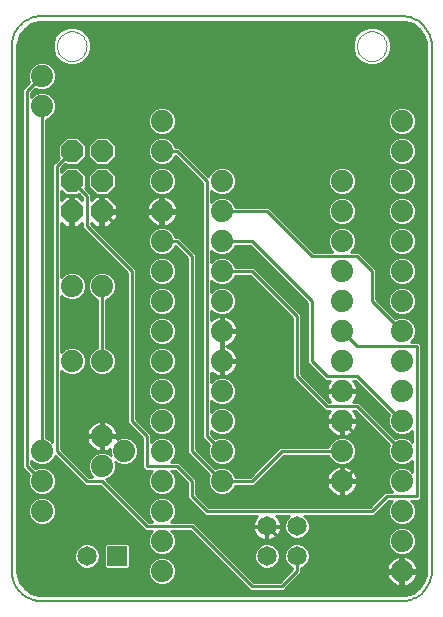
<source format=gbl>
G75*
%MOIN*%
%OFA0B0*%
%FSLAX24Y24*%
%IPPOS*%
%LPD*%
%AMOC8*
5,1,8,0,0,1.08239X$1,22.5*
%
%ADD10C,0.0080*%
%ADD11C,0.0000*%
%ADD12C,0.0650*%
%ADD13R,0.0650X0.0650*%
%ADD14C,0.0740*%
%ADD15OC8,0.0740*%
%ADD16C,0.0100*%
D10*
X021500Y001250D02*
X021500Y018750D01*
X021502Y018810D01*
X021507Y018871D01*
X021516Y018930D01*
X021529Y018989D01*
X021545Y019048D01*
X021565Y019105D01*
X021588Y019160D01*
X021615Y019215D01*
X021644Y019267D01*
X021677Y019318D01*
X021713Y019367D01*
X021751Y019413D01*
X021793Y019457D01*
X021837Y019499D01*
X021883Y019537D01*
X021932Y019573D01*
X021983Y019606D01*
X022035Y019635D01*
X022090Y019662D01*
X022145Y019685D01*
X022202Y019705D01*
X022261Y019721D01*
X022320Y019734D01*
X022379Y019743D01*
X022440Y019748D01*
X022500Y019750D01*
X034500Y019750D01*
X034560Y019748D01*
X034621Y019743D01*
X034680Y019734D01*
X034739Y019721D01*
X034798Y019705D01*
X034855Y019685D01*
X034910Y019662D01*
X034965Y019635D01*
X035017Y019606D01*
X035068Y019573D01*
X035117Y019537D01*
X035163Y019499D01*
X035207Y019457D01*
X035249Y019413D01*
X035287Y019367D01*
X035323Y019318D01*
X035356Y019267D01*
X035385Y019215D01*
X035412Y019160D01*
X035435Y019105D01*
X035455Y019048D01*
X035471Y018989D01*
X035484Y018930D01*
X035493Y018871D01*
X035498Y018810D01*
X035500Y018750D01*
X035500Y001250D01*
X035498Y001190D01*
X035493Y001129D01*
X035484Y001070D01*
X035471Y001011D01*
X035455Y000952D01*
X035435Y000895D01*
X035412Y000840D01*
X035385Y000785D01*
X035356Y000733D01*
X035323Y000682D01*
X035287Y000633D01*
X035249Y000587D01*
X035207Y000543D01*
X035163Y000501D01*
X035117Y000463D01*
X035068Y000427D01*
X035017Y000394D01*
X034965Y000365D01*
X034910Y000338D01*
X034855Y000315D01*
X034798Y000295D01*
X034739Y000279D01*
X034680Y000266D01*
X034621Y000257D01*
X034560Y000252D01*
X034500Y000250D01*
X022500Y000250D01*
X022440Y000252D01*
X022379Y000257D01*
X022320Y000266D01*
X022261Y000279D01*
X022202Y000295D01*
X022145Y000315D01*
X022090Y000338D01*
X022035Y000365D01*
X021983Y000394D01*
X021932Y000427D01*
X021883Y000463D01*
X021837Y000501D01*
X021793Y000543D01*
X021751Y000587D01*
X021713Y000633D01*
X021677Y000682D01*
X021644Y000733D01*
X021615Y000785D01*
X021588Y000840D01*
X021565Y000895D01*
X021545Y000952D01*
X021529Y001011D01*
X021516Y001070D01*
X021507Y001129D01*
X021502Y001190D01*
X021500Y001250D01*
D11*
X023008Y018750D02*
X023010Y018794D01*
X023016Y018838D01*
X023026Y018881D01*
X023039Y018923D01*
X023057Y018963D01*
X023078Y019002D01*
X023102Y019039D01*
X023129Y019074D01*
X023160Y019106D01*
X023193Y019135D01*
X023229Y019161D01*
X023267Y019183D01*
X023307Y019202D01*
X023348Y019218D01*
X023391Y019230D01*
X023434Y019238D01*
X023478Y019242D01*
X023522Y019242D01*
X023566Y019238D01*
X023609Y019230D01*
X023652Y019218D01*
X023693Y019202D01*
X023733Y019183D01*
X023771Y019161D01*
X023807Y019135D01*
X023840Y019106D01*
X023871Y019074D01*
X023898Y019039D01*
X023922Y019002D01*
X023943Y018963D01*
X023961Y018923D01*
X023974Y018881D01*
X023984Y018838D01*
X023990Y018794D01*
X023992Y018750D01*
X023990Y018706D01*
X023984Y018662D01*
X023974Y018619D01*
X023961Y018577D01*
X023943Y018537D01*
X023922Y018498D01*
X023898Y018461D01*
X023871Y018426D01*
X023840Y018394D01*
X023807Y018365D01*
X023771Y018339D01*
X023733Y018317D01*
X023693Y018298D01*
X023652Y018282D01*
X023609Y018270D01*
X023566Y018262D01*
X023522Y018258D01*
X023478Y018258D01*
X023434Y018262D01*
X023391Y018270D01*
X023348Y018282D01*
X023307Y018298D01*
X023267Y018317D01*
X023229Y018339D01*
X023193Y018365D01*
X023160Y018394D01*
X023129Y018426D01*
X023102Y018461D01*
X023078Y018498D01*
X023057Y018537D01*
X023039Y018577D01*
X023026Y018619D01*
X023016Y018662D01*
X023010Y018706D01*
X023008Y018750D01*
X033008Y018750D02*
X033010Y018794D01*
X033016Y018838D01*
X033026Y018881D01*
X033039Y018923D01*
X033057Y018963D01*
X033078Y019002D01*
X033102Y019039D01*
X033129Y019074D01*
X033160Y019106D01*
X033193Y019135D01*
X033229Y019161D01*
X033267Y019183D01*
X033307Y019202D01*
X033348Y019218D01*
X033391Y019230D01*
X033434Y019238D01*
X033478Y019242D01*
X033522Y019242D01*
X033566Y019238D01*
X033609Y019230D01*
X033652Y019218D01*
X033693Y019202D01*
X033733Y019183D01*
X033771Y019161D01*
X033807Y019135D01*
X033840Y019106D01*
X033871Y019074D01*
X033898Y019039D01*
X033922Y019002D01*
X033943Y018963D01*
X033961Y018923D01*
X033974Y018881D01*
X033984Y018838D01*
X033990Y018794D01*
X033992Y018750D01*
X033990Y018706D01*
X033984Y018662D01*
X033974Y018619D01*
X033961Y018577D01*
X033943Y018537D01*
X033922Y018498D01*
X033898Y018461D01*
X033871Y018426D01*
X033840Y018394D01*
X033807Y018365D01*
X033771Y018339D01*
X033733Y018317D01*
X033693Y018298D01*
X033652Y018282D01*
X033609Y018270D01*
X033566Y018262D01*
X033522Y018258D01*
X033478Y018258D01*
X033434Y018262D01*
X033391Y018270D01*
X033348Y018282D01*
X033307Y018298D01*
X033267Y018317D01*
X033229Y018339D01*
X033193Y018365D01*
X033160Y018394D01*
X033129Y018426D01*
X033102Y018461D01*
X033078Y018498D01*
X033057Y018537D01*
X033039Y018577D01*
X033026Y018619D01*
X033016Y018662D01*
X033010Y018706D01*
X033008Y018750D01*
D12*
X031000Y002750D03*
X030000Y002750D03*
X030000Y001750D03*
X031000Y001750D03*
X024000Y001750D03*
D13*
X025000Y001750D03*
D14*
X026500Y001250D03*
X026500Y002250D03*
X026500Y003250D03*
X026500Y004250D03*
X026500Y005250D03*
X025250Y005250D03*
X024500Y005750D03*
X024500Y004750D03*
X022500Y004250D03*
X022500Y003250D03*
X022500Y005250D03*
X026500Y006250D03*
X026500Y007250D03*
X026500Y008250D03*
X026500Y009250D03*
X026500Y010250D03*
X026500Y011250D03*
X026500Y012250D03*
X026500Y013250D03*
X026500Y014250D03*
X026500Y015250D03*
X026500Y016250D03*
X028500Y014250D03*
X028500Y013250D03*
X028500Y012250D03*
X028500Y011250D03*
X028500Y010250D03*
X028500Y009250D03*
X028500Y008250D03*
X028500Y007250D03*
X028500Y006250D03*
X028500Y005250D03*
X028500Y004250D03*
X032500Y004250D03*
X032500Y005250D03*
X032500Y006250D03*
X032500Y007250D03*
X032500Y008250D03*
X032500Y009250D03*
X032500Y010250D03*
X032500Y011250D03*
X032500Y012250D03*
X032500Y013250D03*
X032500Y014250D03*
X034500Y014250D03*
X034500Y013250D03*
X034500Y012250D03*
X034500Y011250D03*
X034500Y010250D03*
X034500Y009250D03*
X034500Y008250D03*
X034500Y007250D03*
X034500Y006250D03*
X034500Y005250D03*
X034500Y004250D03*
X034500Y003250D03*
X034500Y002250D03*
X034500Y001250D03*
X024500Y008250D03*
X023500Y008250D03*
X023500Y010750D03*
X024500Y010750D03*
X034500Y015250D03*
X034500Y016250D03*
X022500Y016750D03*
X022500Y017750D03*
D15*
X023500Y015250D03*
X024500Y015250D03*
X024500Y014250D03*
X023500Y014250D03*
X023500Y013250D03*
X024500Y013250D03*
D16*
X025000Y012750D01*
X025500Y012750D01*
X026000Y013250D01*
X026500Y013250D01*
X026550Y013269D02*
X027850Y013269D01*
X027850Y013171D02*
X027014Y013171D01*
X027019Y013200D02*
X026550Y013200D01*
X026550Y013300D01*
X027019Y013300D01*
X027007Y013372D01*
X026982Y013450D01*
X026945Y013523D01*
X026897Y013589D01*
X026839Y013647D01*
X026773Y013695D01*
X026700Y013732D01*
X026622Y013757D01*
X026550Y013769D01*
X026550Y013300D01*
X026450Y013300D01*
X026450Y013769D01*
X026378Y013757D01*
X026300Y013732D01*
X026227Y013695D01*
X026161Y013647D01*
X026103Y013589D01*
X026055Y013523D01*
X026018Y013450D01*
X025993Y013372D01*
X025981Y013300D01*
X026450Y013300D01*
X026450Y013200D01*
X026550Y013200D01*
X026550Y012731D01*
X026622Y012743D01*
X026700Y012768D01*
X026773Y012805D01*
X026839Y012853D01*
X026897Y012911D01*
X026945Y012977D01*
X026982Y013050D01*
X027007Y013128D01*
X027019Y013200D01*
X026989Y013072D02*
X027850Y013072D01*
X027850Y012974D02*
X026942Y012974D01*
X026860Y012875D02*
X027850Y012875D01*
X027850Y012777D02*
X026716Y012777D01*
X026695Y012678D02*
X027850Y012678D01*
X027850Y012580D02*
X026835Y012580D01*
X026898Y012516D02*
X026766Y012648D01*
X026593Y012720D01*
X026407Y012720D01*
X026234Y012648D01*
X026102Y012516D01*
X026030Y012343D01*
X026030Y012157D01*
X026102Y011984D01*
X026234Y011852D01*
X026407Y011780D01*
X026593Y011780D01*
X026766Y011852D01*
X026898Y011984D01*
X026944Y012094D01*
X027350Y011688D01*
X027350Y005188D01*
X028078Y004460D01*
X028030Y004343D01*
X028030Y004157D01*
X028102Y003984D01*
X028234Y003852D01*
X028407Y003780D01*
X028593Y003780D01*
X028766Y003852D01*
X028898Y003984D01*
X028947Y004100D01*
X029562Y004100D01*
X030562Y005100D01*
X032053Y005100D01*
X032102Y004984D01*
X032234Y004852D01*
X032407Y004780D01*
X032593Y004780D01*
X032766Y004852D01*
X032898Y004984D01*
X032970Y005157D01*
X032970Y005343D01*
X032898Y005516D01*
X032766Y005648D01*
X032593Y005720D01*
X032407Y005720D01*
X032234Y005648D01*
X032102Y005516D01*
X032053Y005400D01*
X030438Y005400D01*
X030350Y005312D01*
X029438Y004400D01*
X028947Y004400D01*
X028898Y004516D01*
X028766Y004648D01*
X028593Y004720D01*
X028407Y004720D01*
X028290Y004672D01*
X027650Y005312D01*
X027650Y011812D01*
X027562Y011900D01*
X027062Y012400D01*
X026947Y012400D01*
X026898Y012516D01*
X026913Y012481D02*
X027850Y012481D01*
X027850Y012383D02*
X027080Y012383D01*
X027178Y012284D02*
X027850Y012284D01*
X027850Y012186D02*
X027277Y012186D01*
X027375Y012087D02*
X027850Y012087D01*
X027850Y011989D02*
X027474Y011989D01*
X027572Y011890D02*
X027850Y011890D01*
X027850Y011792D02*
X027650Y011792D01*
X027650Y011693D02*
X027850Y011693D01*
X027850Y011595D02*
X027650Y011595D01*
X027650Y011496D02*
X027850Y011496D01*
X027850Y011398D02*
X027650Y011398D01*
X027650Y011299D02*
X027850Y011299D01*
X027850Y011201D02*
X027650Y011201D01*
X027650Y011102D02*
X027850Y011102D01*
X027850Y011004D02*
X027650Y011004D01*
X027650Y010905D02*
X027850Y010905D01*
X027850Y010807D02*
X027650Y010807D01*
X027650Y010708D02*
X027850Y010708D01*
X027850Y010610D02*
X027650Y010610D01*
X027650Y010511D02*
X027850Y010511D01*
X027850Y010413D02*
X027650Y010413D01*
X027650Y010314D02*
X027850Y010314D01*
X027850Y010216D02*
X027650Y010216D01*
X027650Y010117D02*
X027850Y010117D01*
X027850Y010019D02*
X027650Y010019D01*
X027650Y009920D02*
X027850Y009920D01*
X027850Y009822D02*
X027650Y009822D01*
X027650Y009723D02*
X027850Y009723D01*
X027850Y009625D02*
X027650Y009625D01*
X027650Y009526D02*
X027850Y009526D01*
X027850Y009428D02*
X027650Y009428D01*
X027650Y009329D02*
X027850Y009329D01*
X027850Y009231D02*
X027650Y009231D01*
X027650Y009132D02*
X027850Y009132D01*
X027850Y009034D02*
X027650Y009034D01*
X027650Y008935D02*
X027850Y008935D01*
X027850Y008837D02*
X027650Y008837D01*
X027650Y008738D02*
X027850Y008738D01*
X027850Y008640D02*
X027650Y008640D01*
X027650Y008541D02*
X027850Y008541D01*
X027850Y008443D02*
X027650Y008443D01*
X027650Y008344D02*
X027850Y008344D01*
X027850Y008246D02*
X027650Y008246D01*
X027650Y008147D02*
X027850Y008147D01*
X027850Y008049D02*
X027650Y008049D01*
X027650Y007950D02*
X027850Y007950D01*
X027850Y007852D02*
X027650Y007852D01*
X027650Y007753D02*
X027850Y007753D01*
X027850Y007655D02*
X027650Y007655D01*
X027650Y007556D02*
X027850Y007556D01*
X027850Y007458D02*
X027650Y007458D01*
X027650Y007359D02*
X027850Y007359D01*
X027850Y007261D02*
X027650Y007261D01*
X027650Y007162D02*
X027850Y007162D01*
X027850Y007064D02*
X027650Y007064D01*
X027650Y006965D02*
X027850Y006965D01*
X027850Y006867D02*
X027650Y006867D01*
X027650Y006768D02*
X027850Y006768D01*
X027850Y006670D02*
X027650Y006670D01*
X027650Y006571D02*
X027850Y006571D01*
X027850Y006473D02*
X027650Y006473D01*
X027650Y006374D02*
X027850Y006374D01*
X027850Y006276D02*
X027650Y006276D01*
X027650Y006177D02*
X027850Y006177D01*
X027850Y006079D02*
X027650Y006079D01*
X027650Y005980D02*
X027850Y005980D01*
X027850Y005882D02*
X027650Y005882D01*
X027650Y005783D02*
X027850Y005783D01*
X027850Y005688D02*
X028078Y005460D01*
X028030Y005343D01*
X028030Y005157D01*
X028102Y004984D01*
X028234Y004852D01*
X028407Y004780D01*
X028593Y004780D01*
X028766Y004852D01*
X028898Y004984D01*
X028970Y005157D01*
X028970Y005343D01*
X028898Y005516D01*
X028766Y005648D01*
X028593Y005720D01*
X028407Y005720D01*
X028290Y005672D01*
X028150Y005812D01*
X028150Y005935D01*
X028234Y005852D01*
X028407Y005780D01*
X028593Y005780D01*
X028766Y005852D01*
X028898Y005984D01*
X028970Y006157D01*
X028970Y006343D01*
X028898Y006516D01*
X028766Y006648D01*
X028593Y006720D01*
X028407Y006720D01*
X028234Y006648D01*
X028150Y006565D01*
X028150Y006935D01*
X028234Y006852D01*
X028407Y006780D01*
X028593Y006780D01*
X028766Y006852D01*
X028898Y006984D01*
X028970Y007157D01*
X028970Y007343D01*
X028898Y007516D01*
X028766Y007648D01*
X028593Y007720D01*
X028407Y007720D01*
X028234Y007648D01*
X028150Y007565D01*
X028150Y007865D01*
X028161Y007853D01*
X028227Y007805D01*
X028300Y007768D01*
X028378Y007743D01*
X028459Y007730D01*
X028461Y007730D01*
X028461Y008211D01*
X028539Y008211D01*
X028539Y008289D01*
X029020Y008289D01*
X029020Y008291D01*
X029007Y008372D01*
X028982Y008450D01*
X028945Y008523D01*
X028897Y008589D01*
X028839Y008647D01*
X028773Y008695D01*
X028700Y008732D01*
X028644Y008750D01*
X028700Y008768D01*
X028773Y008805D01*
X028839Y008853D01*
X028897Y008911D01*
X028945Y008977D01*
X028982Y009050D01*
X029007Y009128D01*
X029020Y009209D01*
X029020Y009211D01*
X028539Y009211D01*
X028539Y009289D01*
X028461Y009289D01*
X028461Y009770D01*
X028459Y009770D01*
X028378Y009757D01*
X028300Y009732D01*
X028227Y009695D01*
X028161Y009647D01*
X028150Y009635D01*
X028150Y009935D01*
X028234Y009852D01*
X028407Y009780D01*
X028593Y009780D01*
X028766Y009852D01*
X028898Y009984D01*
X028970Y010157D01*
X028970Y010343D01*
X028898Y010516D01*
X028766Y010648D01*
X028593Y010720D01*
X028407Y010720D01*
X028234Y010648D01*
X028150Y010565D01*
X028150Y010935D01*
X028234Y010852D01*
X028407Y010780D01*
X028593Y010780D01*
X028766Y010852D01*
X028898Y010984D01*
X028947Y011100D01*
X029438Y011100D01*
X030850Y009688D01*
X030850Y007688D01*
X031850Y006688D01*
X031938Y006600D01*
X032115Y006600D01*
X032103Y006589D01*
X032055Y006523D01*
X032018Y006450D01*
X031993Y006372D01*
X031980Y006291D01*
X031980Y006289D01*
X032461Y006289D01*
X032461Y006211D01*
X032539Y006211D01*
X032539Y006289D01*
X033020Y006289D01*
X033020Y006291D01*
X033007Y006372D01*
X032982Y006450D01*
X032945Y006523D01*
X032897Y006589D01*
X032885Y006600D01*
X032938Y006600D01*
X034078Y005460D01*
X034030Y005343D01*
X034030Y005157D01*
X034102Y004984D01*
X034234Y004852D01*
X034407Y004780D01*
X034593Y004780D01*
X034766Y004852D01*
X034850Y004935D01*
X034850Y004565D01*
X034766Y004648D01*
X034593Y004720D01*
X034407Y004720D01*
X034234Y004648D01*
X034102Y004516D01*
X034030Y004343D01*
X034030Y004157D01*
X034102Y003984D01*
X034185Y003900D01*
X033938Y003900D01*
X033850Y003812D01*
X033438Y003400D01*
X028062Y003400D01*
X027650Y003812D01*
X027650Y004312D01*
X027562Y004400D01*
X027062Y004900D01*
X026815Y004900D01*
X026898Y004984D01*
X026970Y005157D01*
X026970Y005343D01*
X026898Y005516D01*
X026766Y005648D01*
X026593Y005720D01*
X026407Y005720D01*
X026234Y005648D01*
X026150Y005565D01*
X026150Y005812D01*
X026062Y005900D01*
X025650Y006312D01*
X025650Y011312D01*
X025562Y011400D01*
X024150Y012812D01*
X024150Y012865D01*
X024285Y012730D01*
X024450Y012730D01*
X024450Y013200D01*
X024550Y013200D01*
X024550Y013300D01*
X024450Y013300D01*
X024450Y013770D01*
X024285Y013770D01*
X024150Y013635D01*
X024150Y013812D01*
X023938Y014024D01*
X023970Y014055D01*
X023970Y014445D01*
X023695Y014720D01*
X023305Y014720D01*
X023150Y014565D01*
X023150Y014688D01*
X023274Y014812D01*
X023305Y014780D01*
X023695Y014780D01*
X023970Y015055D01*
X023970Y015445D01*
X023695Y015720D01*
X023305Y015720D01*
X023030Y015445D01*
X023030Y015055D01*
X023062Y015024D01*
X022938Y014900D01*
X022850Y014812D01*
X022850Y005565D01*
X022766Y005648D01*
X022650Y005697D01*
X022650Y016303D01*
X022766Y016352D01*
X022898Y016484D01*
X022970Y016657D01*
X022970Y016843D01*
X022898Y017016D01*
X022766Y017148D01*
X022593Y017220D01*
X022407Y017220D01*
X022234Y017148D01*
X022150Y017065D01*
X022150Y017188D01*
X022290Y017328D01*
X022407Y017280D01*
X022593Y017280D01*
X022766Y017352D01*
X022898Y017484D01*
X022970Y017657D01*
X022970Y017843D01*
X022898Y018016D01*
X022766Y018148D01*
X022593Y018220D01*
X022407Y018220D01*
X022234Y018148D01*
X022102Y018016D01*
X022030Y017843D01*
X022030Y017657D01*
X022078Y017540D01*
X021850Y017312D01*
X021850Y004688D01*
X022078Y004460D01*
X022030Y004343D01*
X022030Y004157D01*
X022102Y003984D01*
X022234Y003852D01*
X022407Y003780D01*
X022593Y003780D01*
X022766Y003852D01*
X022898Y003984D01*
X022970Y004157D01*
X022970Y004343D01*
X022898Y004516D01*
X022766Y004648D01*
X022593Y004720D01*
X022407Y004720D01*
X022290Y004672D01*
X022150Y004812D01*
X022150Y004935D01*
X022234Y004852D01*
X022407Y004780D01*
X022593Y004780D01*
X022766Y004852D01*
X022898Y004984D01*
X022944Y005094D01*
X023938Y004100D01*
X024438Y004100D01*
X025938Y002600D01*
X026185Y002600D01*
X026102Y002516D01*
X026030Y002343D01*
X026030Y002157D01*
X026102Y001984D01*
X026234Y001852D01*
X026407Y001780D01*
X026593Y001780D01*
X026766Y001852D01*
X026898Y001984D01*
X026970Y002157D01*
X026970Y002343D01*
X026898Y002516D01*
X026815Y002600D01*
X027438Y002600D01*
X029438Y000600D01*
X030562Y000600D01*
X030650Y000688D01*
X031150Y001188D01*
X031150Y001352D01*
X031241Y001390D01*
X031360Y001509D01*
X031425Y001665D01*
X031425Y001835D01*
X031360Y001991D01*
X031241Y002110D01*
X031085Y002175D01*
X030915Y002175D01*
X030759Y002110D01*
X030640Y001991D01*
X030575Y001835D01*
X030575Y001665D01*
X030640Y001509D01*
X030759Y001390D01*
X030850Y001352D01*
X030850Y001312D01*
X030438Y000900D01*
X029562Y000900D01*
X027650Y002812D01*
X027562Y002900D01*
X026815Y002900D01*
X026898Y002984D01*
X026970Y003157D01*
X026970Y003343D01*
X026898Y003516D01*
X026766Y003648D01*
X026593Y003720D01*
X026407Y003720D01*
X026234Y003648D01*
X026102Y003516D01*
X026030Y003343D01*
X026030Y003157D01*
X026102Y002984D01*
X026185Y002900D01*
X026062Y002900D01*
X024656Y004306D01*
X024766Y004352D01*
X024898Y004484D01*
X024970Y004657D01*
X024970Y004843D01*
X024955Y004881D01*
X024984Y004852D01*
X025157Y004780D01*
X025343Y004780D01*
X025516Y004852D01*
X025648Y004984D01*
X025720Y005157D01*
X025720Y005343D01*
X025648Y005516D01*
X025516Y005648D01*
X025343Y005720D01*
X025157Y005720D01*
X025012Y005660D01*
X025020Y005709D01*
X025020Y005720D01*
X024530Y005720D01*
X024530Y005780D01*
X024470Y005780D01*
X024470Y006270D01*
X024459Y006270D01*
X024378Y006257D01*
X024300Y006232D01*
X024227Y006195D01*
X024161Y006147D01*
X024103Y006089D01*
X024055Y006023D01*
X024018Y005950D01*
X023993Y005872D01*
X023980Y005791D01*
X023980Y005780D01*
X024470Y005780D01*
X024470Y005720D01*
X024530Y005720D01*
X024530Y005230D01*
X024541Y005230D01*
X024622Y005243D01*
X024700Y005268D01*
X024773Y005305D01*
X024780Y005311D01*
X024780Y005157D01*
X024795Y005119D01*
X024766Y005148D01*
X024593Y005220D01*
X024407Y005220D01*
X024234Y005148D01*
X024102Y005016D01*
X024030Y004843D01*
X024030Y004657D01*
X024102Y004484D01*
X024185Y004400D01*
X024062Y004400D01*
X023150Y005312D01*
X023150Y007935D01*
X023234Y007852D01*
X023150Y007852D01*
X023234Y007852D02*
X023407Y007780D01*
X023593Y007780D01*
X023766Y007852D01*
X024234Y007852D01*
X024407Y007780D01*
X024593Y007780D01*
X024766Y007852D01*
X025350Y007852D01*
X025350Y007950D02*
X024865Y007950D01*
X024898Y007984D02*
X024766Y007852D01*
X024898Y007984D02*
X024970Y008157D01*
X024970Y008343D01*
X024898Y008516D01*
X024766Y008648D01*
X024650Y008697D01*
X024650Y010303D01*
X024766Y010352D01*
X024898Y010484D01*
X024970Y010657D01*
X024970Y010843D01*
X024898Y011016D01*
X024766Y011148D01*
X024593Y011220D01*
X024407Y011220D01*
X024234Y011148D01*
X024102Y011016D01*
X024030Y010843D01*
X024030Y010657D01*
X024102Y010484D01*
X024234Y010352D01*
X024350Y010303D01*
X024350Y008697D01*
X024234Y008648D01*
X024102Y008516D01*
X024030Y008343D01*
X024030Y008157D01*
X024102Y007984D01*
X024234Y007852D01*
X024135Y007950D02*
X023865Y007950D01*
X023898Y007984D02*
X023766Y007852D01*
X023898Y007984D02*
X023970Y008157D01*
X023970Y008343D01*
X023898Y008516D01*
X023766Y008648D01*
X023593Y008720D01*
X023407Y008720D01*
X023234Y008648D01*
X023150Y008565D01*
X023150Y010435D01*
X023234Y010352D01*
X023407Y010280D01*
X023593Y010280D01*
X023766Y010352D01*
X023898Y010484D01*
X023970Y010657D01*
X023970Y010843D01*
X023898Y011016D01*
X023766Y011148D01*
X023593Y011220D01*
X023407Y011220D01*
X023234Y011148D01*
X023150Y011065D01*
X023150Y012865D01*
X023285Y012730D01*
X023450Y012730D01*
X023450Y013200D01*
X023550Y013200D01*
X023550Y012730D01*
X023715Y012730D01*
X023850Y012865D01*
X023850Y012688D01*
X023938Y012600D01*
X025350Y011188D01*
X025350Y006188D01*
X025850Y005688D01*
X025850Y004688D01*
X025938Y004600D01*
X026185Y004600D01*
X026102Y004516D01*
X026030Y004343D01*
X026030Y004157D01*
X026102Y003984D01*
X026234Y003852D01*
X026407Y003780D01*
X026593Y003780D01*
X026766Y003852D01*
X026898Y003984D01*
X026970Y004157D01*
X026970Y004343D01*
X026898Y004516D01*
X026815Y004600D01*
X026938Y004600D01*
X027350Y004188D01*
X027350Y003688D01*
X027938Y003100D01*
X029678Y003100D01*
X029638Y003059D01*
X029594Y002999D01*
X029560Y002932D01*
X029537Y002861D01*
X029525Y002787D01*
X029525Y002769D01*
X029981Y002769D01*
X029981Y002731D01*
X030019Y002731D01*
X030019Y002769D01*
X030475Y002769D01*
X030475Y002787D01*
X030463Y002861D01*
X030440Y002932D01*
X030406Y002999D01*
X030362Y003059D01*
X030322Y003100D01*
X030749Y003100D01*
X030640Y002991D01*
X030575Y002835D01*
X030575Y002665D01*
X030640Y002509D01*
X030759Y002390D01*
X030915Y002325D01*
X031085Y002325D01*
X031241Y002390D01*
X031360Y002509D01*
X031425Y002665D01*
X031425Y002835D01*
X031360Y002991D01*
X031251Y003100D01*
X033562Y003100D01*
X034062Y003600D01*
X034185Y003600D01*
X034102Y003516D01*
X034030Y003343D01*
X034030Y003157D01*
X034102Y002984D01*
X034234Y002852D01*
X034407Y002780D01*
X034593Y002780D01*
X034766Y002852D01*
X034898Y002984D01*
X034970Y003157D01*
X034970Y003343D01*
X034898Y003516D01*
X034815Y003600D01*
X035062Y003600D01*
X035150Y003688D01*
X035150Y008812D01*
X035062Y008900D01*
X034815Y008900D01*
X034898Y008984D01*
X034970Y009157D01*
X034970Y009343D01*
X034898Y009516D01*
X034766Y009648D01*
X034593Y009720D01*
X034407Y009720D01*
X034290Y009672D01*
X033650Y010312D01*
X033650Y011312D01*
X033562Y011400D01*
X033062Y011900D01*
X032815Y011900D01*
X032898Y011984D01*
X032970Y012157D01*
X032970Y012343D01*
X032898Y012516D01*
X032766Y012648D01*
X032593Y012720D01*
X032407Y012720D01*
X032234Y012648D01*
X032102Y012516D01*
X032030Y012343D01*
X032030Y012157D01*
X032102Y011984D01*
X032185Y011900D01*
X031562Y011900D01*
X030062Y013400D01*
X028947Y013400D01*
X028898Y013516D01*
X028766Y013648D01*
X028593Y013720D01*
X028407Y013720D01*
X028234Y013648D01*
X028150Y013565D01*
X028150Y013935D01*
X028234Y013852D01*
X028407Y013780D01*
X028593Y013780D01*
X028766Y013852D01*
X028898Y013984D01*
X028970Y014157D01*
X028970Y014343D01*
X028898Y014516D01*
X028766Y014648D01*
X028593Y014720D01*
X028407Y014720D01*
X028234Y014648D01*
X028102Y014516D01*
X028056Y014406D01*
X027062Y015400D01*
X026947Y015400D01*
X026898Y015516D01*
X026766Y015648D01*
X026593Y015720D01*
X026407Y015720D01*
X026234Y015648D01*
X026102Y015516D01*
X026030Y015343D01*
X026030Y015157D01*
X026102Y014984D01*
X026234Y014852D01*
X026407Y014780D01*
X026593Y014780D01*
X026766Y014852D01*
X026898Y014984D01*
X026944Y015094D01*
X027850Y014188D01*
X027850Y005688D01*
X027853Y005685D02*
X027650Y005685D01*
X027650Y005586D02*
X027952Y005586D01*
X028050Y005488D02*
X027650Y005488D01*
X027650Y005389D02*
X028049Y005389D01*
X028030Y005291D02*
X027672Y005291D01*
X027770Y005192D02*
X028030Y005192D01*
X028056Y005094D02*
X027869Y005094D01*
X027967Y004995D02*
X028097Y004995D01*
X028066Y004897D02*
X028189Y004897D01*
X028164Y004798D02*
X028363Y004798D01*
X028357Y004700D02*
X028263Y004700D01*
X028035Y004503D02*
X027460Y004503D01*
X027361Y004601D02*
X027937Y004601D01*
X027838Y004700D02*
X027263Y004700D01*
X027164Y004798D02*
X027740Y004798D01*
X027641Y004897D02*
X027066Y004897D01*
X027000Y004750D02*
X027500Y004250D01*
X027500Y003750D01*
X028000Y003250D01*
X033500Y003250D01*
X034000Y003750D01*
X035000Y003750D01*
X035000Y008750D01*
X033000Y008750D01*
X032500Y009250D01*
X031350Y009231D02*
X031150Y009231D01*
X031150Y009329D02*
X031350Y009329D01*
X031350Y009428D02*
X031150Y009428D01*
X031150Y009526D02*
X031350Y009526D01*
X031350Y009625D02*
X031150Y009625D01*
X031150Y009723D02*
X031350Y009723D01*
X031350Y009822D02*
X031141Y009822D01*
X031150Y009812D02*
X031062Y009900D01*
X029562Y011400D01*
X028947Y011400D01*
X028898Y011516D01*
X028766Y011648D01*
X028593Y011720D01*
X028407Y011720D01*
X028234Y011648D01*
X028150Y011565D01*
X028150Y011935D01*
X028234Y011852D01*
X028407Y011780D01*
X028593Y011780D01*
X028766Y011852D01*
X028898Y011984D01*
X028947Y012100D01*
X029438Y012100D01*
X031350Y010188D01*
X031350Y008188D01*
X031438Y008100D01*
X031938Y007600D01*
X032115Y007600D01*
X032103Y007589D01*
X032055Y007523D01*
X032018Y007450D01*
X031993Y007372D01*
X031980Y007291D01*
X031980Y007289D01*
X032461Y007289D01*
X032461Y007211D01*
X031980Y007211D01*
X031980Y007209D01*
X031993Y007128D01*
X032018Y007050D01*
X032055Y006977D01*
X032103Y006911D01*
X032115Y006900D01*
X032062Y006900D01*
X031150Y007812D01*
X031150Y009812D01*
X031042Y009920D02*
X031350Y009920D01*
X031350Y010019D02*
X030944Y010019D01*
X030845Y010117D02*
X031350Y010117D01*
X031322Y010216D02*
X030747Y010216D01*
X030648Y010314D02*
X031224Y010314D01*
X031125Y010413D02*
X030550Y010413D01*
X030451Y010511D02*
X031027Y010511D01*
X030928Y010610D02*
X030353Y010610D01*
X030254Y010708D02*
X030830Y010708D01*
X030731Y010807D02*
X030156Y010807D01*
X030057Y010905D02*
X030633Y010905D01*
X030534Y011004D02*
X029959Y011004D01*
X029860Y011102D02*
X030436Y011102D01*
X030337Y011201D02*
X029762Y011201D01*
X029663Y011299D02*
X030239Y011299D01*
X030140Y011398D02*
X029565Y011398D01*
X029500Y011250D02*
X031000Y009750D01*
X031000Y007750D01*
X032000Y006750D01*
X033000Y006750D01*
X034500Y005250D01*
X034850Y005565D02*
X034766Y005648D01*
X034593Y005720D01*
X034407Y005720D01*
X034290Y005672D01*
X033062Y006900D01*
X032885Y006900D01*
X032897Y006911D01*
X032945Y006977D01*
X032982Y007050D01*
X033007Y007128D01*
X033020Y007209D01*
X033020Y007211D01*
X032539Y007211D01*
X032539Y007289D01*
X033020Y007289D01*
X033020Y007291D01*
X033007Y007372D01*
X032982Y007450D01*
X032945Y007523D01*
X032897Y007589D01*
X032885Y007600D01*
X032938Y007600D01*
X034078Y006460D01*
X034030Y006343D01*
X034030Y006157D01*
X034102Y005984D01*
X034234Y005852D01*
X034407Y005780D01*
X034593Y005780D01*
X034766Y005852D01*
X034850Y005935D01*
X034850Y005565D01*
X034850Y005586D02*
X034829Y005586D01*
X034850Y005685D02*
X034679Y005685D01*
X034601Y005783D02*
X034850Y005783D01*
X034850Y005882D02*
X034796Y005882D01*
X035150Y005882D02*
X035310Y005882D01*
X035310Y005980D02*
X035150Y005980D01*
X035150Y006079D02*
X035310Y006079D01*
X035310Y006177D02*
X035150Y006177D01*
X035150Y006276D02*
X035310Y006276D01*
X035310Y006374D02*
X035150Y006374D01*
X035150Y006473D02*
X035310Y006473D01*
X035310Y006571D02*
X035150Y006571D01*
X035150Y006670D02*
X035310Y006670D01*
X035310Y006768D02*
X035150Y006768D01*
X035150Y006867D02*
X035310Y006867D01*
X035310Y006965D02*
X035150Y006965D01*
X035150Y007064D02*
X035310Y007064D01*
X035310Y007162D02*
X035150Y007162D01*
X035150Y007261D02*
X035310Y007261D01*
X035310Y007359D02*
X035150Y007359D01*
X035150Y007458D02*
X035310Y007458D01*
X035310Y007556D02*
X035150Y007556D01*
X035150Y007655D02*
X035310Y007655D01*
X035310Y007753D02*
X035150Y007753D01*
X035150Y007852D02*
X035310Y007852D01*
X035310Y007950D02*
X035150Y007950D01*
X035150Y008049D02*
X035310Y008049D01*
X035310Y008147D02*
X035150Y008147D01*
X035150Y008246D02*
X035310Y008246D01*
X035310Y008344D02*
X035150Y008344D01*
X035150Y008443D02*
X035310Y008443D01*
X035310Y008541D02*
X035150Y008541D01*
X035150Y008640D02*
X035310Y008640D01*
X035310Y008738D02*
X035150Y008738D01*
X035126Y008837D02*
X035310Y008837D01*
X035310Y008935D02*
X034850Y008935D01*
X034919Y009034D02*
X035310Y009034D01*
X035310Y009132D02*
X034960Y009132D01*
X034970Y009231D02*
X035310Y009231D01*
X035310Y009329D02*
X034970Y009329D01*
X034935Y009428D02*
X035310Y009428D01*
X035310Y009526D02*
X034889Y009526D01*
X034790Y009625D02*
X035310Y009625D01*
X035310Y009723D02*
X034239Y009723D01*
X034306Y009822D02*
X034141Y009822D01*
X034234Y009852D02*
X034102Y009984D01*
X034030Y010157D01*
X034030Y010343D01*
X034102Y010516D01*
X034234Y010648D01*
X034407Y010720D01*
X034593Y010720D01*
X034766Y010648D01*
X034898Y010516D01*
X034970Y010343D01*
X034970Y010157D01*
X034898Y009984D01*
X034766Y009852D01*
X034593Y009780D01*
X034407Y009780D01*
X034234Y009852D01*
X034165Y009920D02*
X034042Y009920D01*
X034087Y010019D02*
X033944Y010019D01*
X033845Y010117D02*
X034046Y010117D01*
X034030Y010216D02*
X033747Y010216D01*
X033650Y010314D02*
X034030Y010314D01*
X034059Y010413D02*
X033650Y010413D01*
X033650Y010511D02*
X034099Y010511D01*
X034195Y010610D02*
X033650Y010610D01*
X033650Y010708D02*
X034378Y010708D01*
X034407Y010780D02*
X034593Y010780D01*
X034766Y010852D01*
X034898Y010984D01*
X034970Y011157D01*
X034970Y011343D01*
X034898Y011516D01*
X034766Y011648D01*
X034593Y011720D01*
X034407Y011720D01*
X034234Y011648D01*
X034102Y011516D01*
X034030Y011343D01*
X034030Y011157D01*
X034102Y010984D01*
X034234Y010852D01*
X034407Y010780D01*
X034342Y010807D02*
X033650Y010807D01*
X033650Y010905D02*
X034180Y010905D01*
X034093Y011004D02*
X033650Y011004D01*
X033650Y011102D02*
X034053Y011102D01*
X034030Y011201D02*
X033650Y011201D01*
X033650Y011299D02*
X034030Y011299D01*
X034052Y011398D02*
X033565Y011398D01*
X033466Y011496D02*
X034093Y011496D01*
X034180Y011595D02*
X033368Y011595D01*
X033269Y011693D02*
X034341Y011693D01*
X034379Y011792D02*
X033171Y011792D01*
X033072Y011890D02*
X034195Y011890D01*
X034234Y011852D02*
X034102Y011984D01*
X034030Y012157D01*
X034030Y012343D01*
X034102Y012516D01*
X034234Y012648D01*
X034407Y012720D01*
X034593Y012720D01*
X034766Y012648D01*
X034898Y012516D01*
X034970Y012343D01*
X034970Y012157D01*
X034898Y011984D01*
X034766Y011852D01*
X034593Y011780D01*
X034407Y011780D01*
X034234Y011852D01*
X034100Y011989D02*
X032900Y011989D01*
X032941Y012087D02*
X034059Y012087D01*
X034030Y012186D02*
X032970Y012186D01*
X032970Y012284D02*
X034030Y012284D01*
X034046Y012383D02*
X032954Y012383D01*
X032913Y012481D02*
X034087Y012481D01*
X034165Y012580D02*
X032835Y012580D01*
X032695Y012678D02*
X034305Y012678D01*
X034407Y012780D02*
X034593Y012780D01*
X034766Y012852D01*
X034898Y012984D01*
X034970Y013157D01*
X034970Y013343D01*
X034898Y013516D01*
X034766Y013648D01*
X034593Y013720D01*
X034407Y013720D01*
X034234Y013648D01*
X034102Y013516D01*
X034030Y013343D01*
X034030Y013157D01*
X034102Y012984D01*
X034234Y012852D01*
X034407Y012780D01*
X034210Y012875D02*
X032790Y012875D01*
X032766Y012852D02*
X032898Y012984D01*
X032970Y013157D01*
X032970Y013343D01*
X032898Y013516D01*
X032766Y013648D01*
X032593Y013720D01*
X032407Y013720D01*
X032234Y013648D01*
X032102Y013516D01*
X032030Y013343D01*
X032030Y013157D01*
X032102Y012984D01*
X032234Y012852D01*
X032407Y012780D01*
X032593Y012780D01*
X032766Y012852D01*
X032888Y012974D02*
X034112Y012974D01*
X034065Y013072D02*
X032935Y013072D01*
X032970Y013171D02*
X034030Y013171D01*
X034030Y013269D02*
X032970Y013269D01*
X032960Y013368D02*
X034040Y013368D01*
X034081Y013466D02*
X032919Y013466D01*
X032850Y013565D02*
X034150Y013565D01*
X034269Y013663D02*
X032731Y013663D01*
X032593Y013780D02*
X032407Y013780D01*
X032234Y013852D01*
X032102Y013984D01*
X032030Y014157D01*
X032030Y014343D01*
X032102Y014516D01*
X032234Y014648D01*
X032407Y014720D01*
X032593Y014720D01*
X032766Y014648D01*
X032898Y014516D01*
X032970Y014343D01*
X032970Y014157D01*
X032898Y013984D01*
X032766Y013852D01*
X032593Y013780D01*
X032775Y013860D02*
X034225Y013860D01*
X034234Y013852D02*
X034407Y013780D01*
X034593Y013780D01*
X034766Y013852D01*
X034898Y013984D01*
X034970Y014157D01*
X034970Y014343D01*
X034898Y014516D01*
X034766Y014648D01*
X034593Y014720D01*
X034407Y014720D01*
X034234Y014648D01*
X034102Y014516D01*
X034030Y014343D01*
X034030Y014157D01*
X034102Y013984D01*
X034234Y013852D01*
X034127Y013959D02*
X032873Y013959D01*
X032929Y014057D02*
X034071Y014057D01*
X034030Y014156D02*
X032970Y014156D01*
X032970Y014254D02*
X034030Y014254D01*
X034034Y014353D02*
X032966Y014353D01*
X032925Y014451D02*
X034075Y014451D01*
X034135Y014550D02*
X032865Y014550D01*
X032767Y014648D02*
X034233Y014648D01*
X034249Y014845D02*
X027617Y014845D01*
X027716Y014747D02*
X035310Y014747D01*
X035310Y014845D02*
X034751Y014845D01*
X034766Y014852D02*
X034898Y014984D01*
X034970Y015157D01*
X034970Y015343D01*
X034898Y015516D01*
X034766Y015648D01*
X034593Y015720D01*
X034407Y015720D01*
X034234Y015648D01*
X034102Y015516D01*
X034030Y015343D01*
X034030Y015157D01*
X034102Y014984D01*
X034234Y014852D01*
X034407Y014780D01*
X034593Y014780D01*
X034766Y014852D01*
X034858Y014944D02*
X035310Y014944D01*
X035310Y015042D02*
X034923Y015042D01*
X034963Y015141D02*
X035310Y015141D01*
X035310Y015239D02*
X034970Y015239D01*
X034970Y015338D02*
X035310Y015338D01*
X035310Y015436D02*
X034932Y015436D01*
X034880Y015535D02*
X035310Y015535D01*
X035310Y015633D02*
X034782Y015633D01*
X034714Y015830D02*
X035310Y015830D01*
X035310Y015732D02*
X022650Y015732D01*
X022650Y015830D02*
X026286Y015830D01*
X026234Y015852D02*
X026407Y015780D01*
X026593Y015780D01*
X026766Y015852D01*
X026898Y015984D01*
X026970Y016157D01*
X026970Y016343D01*
X026898Y016516D01*
X026766Y016648D01*
X026593Y016720D01*
X026407Y016720D01*
X026234Y016648D01*
X026102Y016516D01*
X026030Y016343D01*
X026030Y016157D01*
X026102Y015984D01*
X026234Y015852D01*
X026157Y015929D02*
X022650Y015929D01*
X022650Y016027D02*
X026084Y016027D01*
X026043Y016126D02*
X022650Y016126D01*
X022650Y016224D02*
X026030Y016224D01*
X026030Y016323D02*
X022696Y016323D01*
X022836Y016421D02*
X026062Y016421D01*
X026105Y016520D02*
X022913Y016520D01*
X022954Y016618D02*
X026203Y016618D01*
X026398Y016717D02*
X022970Y016717D01*
X022970Y016815D02*
X035310Y016815D01*
X035310Y016717D02*
X034602Y016717D01*
X034593Y016720D02*
X034407Y016720D01*
X034234Y016648D01*
X034102Y016516D01*
X034030Y016343D01*
X034030Y016157D01*
X034102Y015984D01*
X034234Y015852D01*
X034407Y015780D01*
X034593Y015780D01*
X034766Y015852D01*
X034898Y015984D01*
X034970Y016157D01*
X034970Y016343D01*
X034898Y016516D01*
X034766Y016648D01*
X034593Y016720D01*
X034398Y016717D02*
X026602Y016717D01*
X026797Y016618D02*
X034203Y016618D01*
X034105Y016520D02*
X026895Y016520D01*
X026938Y016421D02*
X034062Y016421D01*
X034030Y016323D02*
X026970Y016323D01*
X026970Y016224D02*
X034030Y016224D01*
X034043Y016126D02*
X026957Y016126D01*
X026916Y016027D02*
X034084Y016027D01*
X034157Y015929D02*
X026843Y015929D01*
X026714Y015830D02*
X034286Y015830D01*
X034218Y015633D02*
X026782Y015633D01*
X026880Y015535D02*
X034120Y015535D01*
X034068Y015436D02*
X026932Y015436D01*
X027000Y015250D02*
X026500Y015250D01*
X026068Y015436D02*
X024970Y015436D01*
X024970Y015445D02*
X024695Y015720D01*
X024305Y015720D01*
X024030Y015445D01*
X024030Y015055D01*
X024305Y014780D01*
X024695Y014780D01*
X024970Y015055D01*
X024970Y015445D01*
X024970Y015338D02*
X026030Y015338D01*
X026030Y015239D02*
X024970Y015239D01*
X024970Y015141D02*
X026037Y015141D01*
X026077Y015042D02*
X024957Y015042D01*
X024858Y014944D02*
X026142Y014944D01*
X026249Y014845D02*
X024760Y014845D01*
X024695Y014720D02*
X024305Y014720D01*
X024030Y014445D01*
X024030Y014055D01*
X024305Y013780D01*
X024695Y013780D01*
X024970Y014055D01*
X024970Y014445D01*
X024695Y014720D01*
X024767Y014648D02*
X026233Y014648D01*
X026234Y014648D02*
X026102Y014516D01*
X026030Y014343D01*
X026030Y014157D01*
X026102Y013984D01*
X026234Y013852D01*
X026407Y013780D01*
X026593Y013780D01*
X026766Y013852D01*
X026898Y013984D01*
X026970Y014157D01*
X026970Y014343D01*
X026898Y014516D01*
X026766Y014648D01*
X026593Y014720D01*
X026407Y014720D01*
X026234Y014648D01*
X026135Y014550D02*
X024865Y014550D01*
X024964Y014451D02*
X026075Y014451D01*
X026034Y014353D02*
X024970Y014353D01*
X024970Y014254D02*
X026030Y014254D01*
X026030Y014156D02*
X024970Y014156D01*
X024970Y014057D02*
X026071Y014057D01*
X026127Y013959D02*
X024873Y013959D01*
X024775Y013860D02*
X026225Y013860D01*
X026184Y013663D02*
X024822Y013663D01*
X024724Y013762D02*
X026406Y013762D01*
X026450Y013762D02*
X026550Y013762D01*
X026594Y013762D02*
X027850Y013762D01*
X027850Y013860D02*
X026775Y013860D01*
X026873Y013959D02*
X027850Y013959D01*
X027850Y014057D02*
X026929Y014057D01*
X026970Y014156D02*
X027850Y014156D01*
X027784Y014254D02*
X026970Y014254D01*
X026966Y014353D02*
X027685Y014353D01*
X027587Y014451D02*
X026925Y014451D01*
X026865Y014550D02*
X027488Y014550D01*
X027390Y014648D02*
X026767Y014648D01*
X026751Y014845D02*
X027193Y014845D01*
X027291Y014747D02*
X023209Y014747D01*
X023233Y014648D02*
X023150Y014648D01*
X023000Y014750D02*
X023000Y005250D01*
X024000Y004250D01*
X024500Y004250D01*
X026000Y002750D01*
X027500Y002750D01*
X029500Y000750D01*
X030500Y000750D01*
X031000Y001250D01*
X031000Y001750D01*
X031300Y001449D02*
X034018Y001449D01*
X034018Y001450D02*
X033993Y001372D01*
X033981Y001300D01*
X034450Y001300D01*
X034450Y001769D01*
X034378Y001757D01*
X034300Y001732D01*
X034227Y001695D01*
X034161Y001647D01*
X034103Y001589D01*
X034055Y001523D01*
X034018Y001450D01*
X033989Y001351D02*
X031150Y001351D01*
X031150Y001252D02*
X034450Y001252D01*
X034450Y001300D02*
X034450Y001200D01*
X034550Y001200D01*
X034550Y001300D01*
X035019Y001300D01*
X035007Y001372D01*
X034982Y001450D01*
X034945Y001523D01*
X034897Y001589D01*
X034839Y001647D01*
X034773Y001695D01*
X034700Y001732D01*
X034622Y001757D01*
X034550Y001769D01*
X034550Y001300D01*
X034450Y001300D01*
X034450Y001351D02*
X034550Y001351D01*
X034550Y001449D02*
X034450Y001449D01*
X034450Y001548D02*
X034550Y001548D01*
X034550Y001646D02*
X034450Y001646D01*
X034450Y001745D02*
X034550Y001745D01*
X034593Y001780D02*
X034407Y001780D01*
X034234Y001852D01*
X034102Y001984D01*
X034030Y002157D01*
X034030Y002343D01*
X034102Y002516D01*
X034234Y002648D01*
X034407Y002720D01*
X034593Y002720D01*
X034766Y002648D01*
X034898Y002516D01*
X034970Y002343D01*
X034970Y002157D01*
X034898Y001984D01*
X034766Y001852D01*
X034593Y001780D01*
X034661Y001745D02*
X035310Y001745D01*
X035310Y001843D02*
X034746Y001843D01*
X034856Y001942D02*
X035310Y001942D01*
X035310Y002040D02*
X034922Y002040D01*
X034963Y002139D02*
X035310Y002139D01*
X035310Y002237D02*
X034970Y002237D01*
X034970Y002336D02*
X035310Y002336D01*
X035310Y002434D02*
X034932Y002434D01*
X034882Y002533D02*
X035310Y002533D01*
X035310Y002631D02*
X034784Y002631D01*
X034709Y002828D02*
X035310Y002828D01*
X035310Y002730D02*
X031425Y002730D01*
X031425Y002828D02*
X034291Y002828D01*
X034159Y002927D02*
X031387Y002927D01*
X031326Y003025D02*
X034084Y003025D01*
X034044Y003124D02*
X033586Y003124D01*
X033684Y003222D02*
X034030Y003222D01*
X034030Y003321D02*
X033783Y003321D01*
X033881Y003419D02*
X034061Y003419D01*
X034103Y003518D02*
X033980Y003518D01*
X033752Y003715D02*
X027748Y003715D01*
X027650Y003813D02*
X028327Y003813D01*
X028174Y003912D02*
X027650Y003912D01*
X027650Y004010D02*
X028091Y004010D01*
X028050Y004109D02*
X027650Y004109D01*
X027650Y004207D02*
X028030Y004207D01*
X028030Y004306D02*
X027650Y004306D01*
X027558Y004404D02*
X028055Y004404D01*
X028500Y004250D02*
X029500Y004250D01*
X030500Y005250D01*
X032500Y005250D01*
X032944Y005094D02*
X034056Y005094D01*
X034030Y005192D02*
X032970Y005192D01*
X032970Y005291D02*
X034030Y005291D01*
X034049Y005389D02*
X032951Y005389D01*
X032910Y005488D02*
X034050Y005488D01*
X033952Y005586D02*
X032829Y005586D01*
X032679Y005685D02*
X033853Y005685D01*
X033755Y005783D02*
X032729Y005783D01*
X032700Y005768D02*
X032773Y005805D01*
X032839Y005853D01*
X032897Y005911D01*
X032945Y005977D01*
X032982Y006050D01*
X033007Y006128D01*
X033020Y006209D01*
X033020Y006211D01*
X032539Y006211D01*
X032539Y005730D01*
X032541Y005730D01*
X032622Y005743D01*
X032700Y005768D01*
X032539Y005783D02*
X032461Y005783D01*
X032461Y005730D02*
X032461Y006211D01*
X031980Y006211D01*
X031980Y006209D01*
X031993Y006128D01*
X032018Y006050D01*
X032055Y005977D01*
X032103Y005911D01*
X032161Y005853D01*
X032227Y005805D01*
X032300Y005768D01*
X032378Y005743D01*
X032459Y005730D01*
X032461Y005730D01*
X032321Y005685D02*
X028679Y005685D01*
X028601Y005783D02*
X032271Y005783D01*
X032133Y005882D02*
X028796Y005882D01*
X028895Y005980D02*
X032054Y005980D01*
X032009Y006079D02*
X028938Y006079D01*
X028970Y006177D02*
X031985Y006177D01*
X031994Y006374D02*
X028957Y006374D01*
X028970Y006276D02*
X032461Y006276D01*
X032500Y006250D02*
X033000Y005750D01*
X033000Y004750D01*
X032500Y004250D01*
X032539Y004289D02*
X033020Y004289D01*
X033020Y004291D01*
X033007Y004372D01*
X032982Y004450D01*
X032945Y004523D01*
X032897Y004589D01*
X032839Y004647D01*
X032773Y004695D01*
X032700Y004732D01*
X032622Y004757D01*
X032541Y004770D01*
X032539Y004770D01*
X032539Y004289D01*
X032539Y004211D01*
X033020Y004211D01*
X033020Y004209D01*
X033007Y004128D01*
X032982Y004050D01*
X032945Y003977D01*
X032897Y003911D01*
X032839Y003853D01*
X032773Y003805D01*
X032700Y003768D01*
X032622Y003743D01*
X032541Y003730D01*
X032539Y003730D01*
X032539Y004211D01*
X032461Y004211D01*
X032461Y003730D01*
X032459Y003730D01*
X032378Y003743D01*
X032300Y003768D01*
X032227Y003805D01*
X032161Y003853D01*
X032103Y003911D01*
X032055Y003977D01*
X032018Y004050D01*
X031993Y004128D01*
X031980Y004209D01*
X031980Y004211D01*
X032461Y004211D01*
X032461Y004289D01*
X032461Y004770D01*
X032459Y004770D01*
X032378Y004757D01*
X032300Y004732D01*
X032227Y004695D01*
X032161Y004647D01*
X032103Y004589D01*
X032055Y004523D01*
X032018Y004450D01*
X031993Y004372D01*
X031980Y004291D01*
X031980Y004289D01*
X032461Y004289D01*
X032539Y004289D01*
X032539Y004306D02*
X032461Y004306D01*
X032461Y004404D02*
X032539Y004404D01*
X032539Y004503D02*
X032461Y004503D01*
X032461Y004601D02*
X032539Y004601D01*
X032539Y004700D02*
X032461Y004700D01*
X032363Y004798D02*
X030260Y004798D01*
X030162Y004700D02*
X032237Y004700D01*
X032116Y004601D02*
X030063Y004601D01*
X029965Y004503D02*
X032045Y004503D01*
X032003Y004404D02*
X029866Y004404D01*
X029768Y004306D02*
X031982Y004306D01*
X031980Y004207D02*
X029669Y004207D01*
X029571Y004109D02*
X031999Y004109D01*
X032039Y004010D02*
X028909Y004010D01*
X028826Y003912D02*
X032103Y003912D01*
X032217Y003813D02*
X028673Y003813D01*
X028500Y004250D02*
X027500Y005250D01*
X027500Y011750D01*
X027000Y012250D01*
X026500Y012250D01*
X026941Y012087D02*
X026951Y012087D01*
X026900Y011989D02*
X027049Y011989D01*
X027148Y011890D02*
X026805Y011890D01*
X026621Y011792D02*
X027246Y011792D01*
X027345Y011693D02*
X026659Y011693D01*
X026593Y011720D02*
X026407Y011720D01*
X026234Y011648D01*
X026102Y011516D01*
X026030Y011343D01*
X026030Y011157D01*
X026102Y010984D01*
X026234Y010852D01*
X026407Y010780D01*
X026593Y010780D01*
X026766Y010852D01*
X026898Y010984D01*
X026970Y011157D01*
X026970Y011343D01*
X026898Y011516D01*
X026766Y011648D01*
X026593Y011720D01*
X026379Y011792D02*
X025171Y011792D01*
X025072Y011890D02*
X026195Y011890D01*
X026100Y011989D02*
X024974Y011989D01*
X024875Y012087D02*
X026059Y012087D01*
X026030Y012186D02*
X024777Y012186D01*
X024678Y012284D02*
X026030Y012284D01*
X026046Y012383D02*
X024580Y012383D01*
X024481Y012481D02*
X026087Y012481D01*
X026165Y012580D02*
X024383Y012580D01*
X024284Y012678D02*
X026305Y012678D01*
X026300Y012768D02*
X026378Y012743D01*
X026450Y012731D01*
X026450Y013200D01*
X025981Y013200D01*
X025993Y013128D01*
X026018Y013050D01*
X026055Y012977D01*
X026103Y012911D01*
X026161Y012853D01*
X026227Y012805D01*
X026300Y012768D01*
X026284Y012777D02*
X024762Y012777D01*
X024715Y012730D02*
X024550Y012730D01*
X024550Y013200D01*
X025020Y013200D01*
X025020Y013035D01*
X024715Y012730D01*
X024550Y012777D02*
X024450Y012777D01*
X024450Y012875D02*
X024550Y012875D01*
X024550Y012974D02*
X024450Y012974D01*
X024450Y013072D02*
X024550Y013072D01*
X024550Y013171D02*
X024450Y013171D01*
X024550Y013269D02*
X026450Y013269D01*
X026450Y013171D02*
X026550Y013171D01*
X026550Y013072D02*
X026450Y013072D01*
X026450Y012974D02*
X026550Y012974D01*
X026550Y012875D02*
X026450Y012875D01*
X026450Y012777D02*
X026550Y012777D01*
X026140Y012875D02*
X024860Y012875D01*
X024959Y012974D02*
X026058Y012974D01*
X026011Y013072D02*
X025020Y013072D01*
X025020Y013171D02*
X025986Y013171D01*
X025992Y013368D02*
X025020Y013368D01*
X025020Y013300D02*
X025020Y013465D01*
X024715Y013770D01*
X024550Y013770D01*
X024550Y013300D01*
X025020Y013300D01*
X025019Y013466D02*
X026026Y013466D01*
X026086Y013565D02*
X024921Y013565D01*
X024550Y013565D02*
X024450Y013565D01*
X024450Y013663D02*
X024550Y013663D01*
X024550Y013762D02*
X024450Y013762D01*
X024276Y013762D02*
X024150Y013762D01*
X024150Y013663D02*
X024178Y013663D01*
X024000Y013750D02*
X023500Y014250D01*
X023150Y013935D02*
X023305Y013780D01*
X023695Y013780D01*
X023726Y013812D01*
X023850Y013688D01*
X023850Y013635D01*
X023715Y013770D01*
X023550Y013770D01*
X023550Y013300D01*
X023450Y013300D01*
X023450Y013770D01*
X023285Y013770D01*
X023150Y013635D01*
X023150Y013935D01*
X023150Y013860D02*
X023225Y013860D01*
X023276Y013762D02*
X023150Y013762D01*
X023150Y013663D02*
X023178Y013663D01*
X023450Y013663D02*
X023550Y013663D01*
X023550Y013565D02*
X023450Y013565D01*
X023450Y013466D02*
X023550Y013466D01*
X023550Y013368D02*
X023450Y013368D01*
X023450Y013171D02*
X023550Y013171D01*
X023550Y013072D02*
X023450Y013072D01*
X023450Y012974D02*
X023550Y012974D01*
X023550Y012875D02*
X023450Y012875D01*
X023450Y012777D02*
X023550Y012777D01*
X023762Y012777D02*
X023850Y012777D01*
X023860Y012678D02*
X023150Y012678D01*
X023150Y012580D02*
X023958Y012580D01*
X024057Y012481D02*
X023150Y012481D01*
X023150Y012383D02*
X024155Y012383D01*
X024254Y012284D02*
X023150Y012284D01*
X023150Y012186D02*
X024352Y012186D01*
X024451Y012087D02*
X023150Y012087D01*
X023150Y011989D02*
X024549Y011989D01*
X024648Y011890D02*
X023150Y011890D01*
X023150Y011792D02*
X024746Y011792D01*
X024845Y011693D02*
X023150Y011693D01*
X023150Y011595D02*
X024943Y011595D01*
X025042Y011496D02*
X023150Y011496D01*
X023150Y011398D02*
X025140Y011398D01*
X025239Y011299D02*
X023150Y011299D01*
X023150Y011201D02*
X023360Y011201D01*
X023187Y011102D02*
X023150Y011102D01*
X022850Y011102D02*
X022650Y011102D01*
X022650Y011004D02*
X022850Y011004D01*
X022850Y010905D02*
X022650Y010905D01*
X022650Y010807D02*
X022850Y010807D01*
X022850Y010708D02*
X022650Y010708D01*
X022650Y010610D02*
X022850Y010610D01*
X022850Y010511D02*
X022650Y010511D01*
X022650Y010413D02*
X022850Y010413D01*
X022850Y010314D02*
X022650Y010314D01*
X022650Y010216D02*
X022850Y010216D01*
X022850Y010117D02*
X022650Y010117D01*
X022650Y010019D02*
X022850Y010019D01*
X022850Y009920D02*
X022650Y009920D01*
X022650Y009822D02*
X022850Y009822D01*
X022850Y009723D02*
X022650Y009723D01*
X022650Y009625D02*
X022850Y009625D01*
X022850Y009526D02*
X022650Y009526D01*
X022650Y009428D02*
X022850Y009428D01*
X022850Y009329D02*
X022650Y009329D01*
X022650Y009231D02*
X022850Y009231D01*
X022850Y009132D02*
X022650Y009132D01*
X022650Y009034D02*
X022850Y009034D01*
X022850Y008935D02*
X022650Y008935D01*
X022650Y008837D02*
X022850Y008837D01*
X022850Y008738D02*
X022650Y008738D01*
X022650Y008640D02*
X022850Y008640D01*
X022850Y008541D02*
X022650Y008541D01*
X022650Y008443D02*
X022850Y008443D01*
X022850Y008344D02*
X022650Y008344D01*
X022650Y008246D02*
X022850Y008246D01*
X022850Y008147D02*
X022650Y008147D01*
X022650Y008049D02*
X022850Y008049D01*
X022850Y007950D02*
X022650Y007950D01*
X022650Y007852D02*
X022850Y007852D01*
X022850Y007753D02*
X022650Y007753D01*
X022650Y007655D02*
X022850Y007655D01*
X022850Y007556D02*
X022650Y007556D01*
X022650Y007458D02*
X022850Y007458D01*
X022850Y007359D02*
X022650Y007359D01*
X022650Y007261D02*
X022850Y007261D01*
X022850Y007162D02*
X022650Y007162D01*
X022650Y007064D02*
X022850Y007064D01*
X022850Y006965D02*
X022650Y006965D01*
X022650Y006867D02*
X022850Y006867D01*
X022850Y006768D02*
X022650Y006768D01*
X022650Y006670D02*
X022850Y006670D01*
X022850Y006571D02*
X022650Y006571D01*
X022650Y006473D02*
X022850Y006473D01*
X022850Y006374D02*
X022650Y006374D01*
X022650Y006276D02*
X022850Y006276D01*
X022850Y006177D02*
X022650Y006177D01*
X022650Y006079D02*
X022850Y006079D01*
X022850Y005980D02*
X022650Y005980D01*
X022650Y005882D02*
X022850Y005882D01*
X022850Y005783D02*
X022650Y005783D01*
X022679Y005685D02*
X022850Y005685D01*
X022850Y005586D02*
X022829Y005586D01*
X023150Y005586D02*
X024007Y005586D01*
X024018Y005550D02*
X023993Y005628D01*
X023980Y005709D01*
X023980Y005720D01*
X024470Y005720D01*
X024470Y005230D01*
X024459Y005230D01*
X024378Y005243D01*
X024300Y005268D01*
X024227Y005305D01*
X024161Y005353D01*
X024103Y005411D01*
X024055Y005477D01*
X024018Y005550D01*
X024050Y005488D02*
X023150Y005488D01*
X023150Y005389D02*
X024126Y005389D01*
X024256Y005291D02*
X023172Y005291D01*
X023270Y005192D02*
X024339Y005192D01*
X024470Y005291D02*
X024530Y005291D01*
X024530Y005389D02*
X024470Y005389D01*
X024470Y005488D02*
X024530Y005488D01*
X024530Y005586D02*
X024470Y005586D01*
X024470Y005685D02*
X024530Y005685D01*
X024530Y005780D02*
X025020Y005780D01*
X025020Y005791D01*
X025007Y005872D01*
X024982Y005950D01*
X024945Y006023D01*
X024897Y006089D01*
X024839Y006147D01*
X024773Y006195D01*
X024700Y006232D01*
X024622Y006257D01*
X024541Y006270D01*
X024530Y006270D01*
X024530Y005780D01*
X024530Y005783D02*
X024470Y005783D01*
X024470Y005882D02*
X024530Y005882D01*
X024530Y005980D02*
X024470Y005980D01*
X024470Y006079D02*
X024530Y006079D01*
X024530Y006177D02*
X024470Y006177D01*
X024203Y006177D02*
X023150Y006177D01*
X023150Y006079D02*
X024096Y006079D01*
X024034Y005980D02*
X023150Y005980D01*
X023150Y005882D02*
X023996Y005882D01*
X023980Y005783D02*
X023150Y005783D01*
X023150Y005685D02*
X023984Y005685D01*
X024661Y005192D02*
X024780Y005192D01*
X024780Y005291D02*
X024744Y005291D01*
X025016Y005685D02*
X025071Y005685D01*
X025020Y005783D02*
X025755Y005783D01*
X025850Y005685D02*
X025429Y005685D01*
X025579Y005586D02*
X025850Y005586D01*
X025850Y005488D02*
X025660Y005488D01*
X025701Y005389D02*
X025850Y005389D01*
X025850Y005291D02*
X025720Y005291D01*
X025720Y005192D02*
X025850Y005192D01*
X025850Y005094D02*
X025694Y005094D01*
X025653Y004995D02*
X025850Y004995D01*
X025850Y004897D02*
X025561Y004897D01*
X025387Y004798D02*
X025850Y004798D01*
X025850Y004700D02*
X024970Y004700D01*
X024970Y004798D02*
X025113Y004798D01*
X024947Y004601D02*
X025937Y004601D01*
X026000Y004750D02*
X026000Y005750D01*
X025500Y006250D01*
X025500Y011250D01*
X024000Y012750D01*
X024000Y013750D01*
X024102Y013860D02*
X024225Y013860D01*
X024127Y013959D02*
X024004Y013959D01*
X024030Y014057D02*
X023970Y014057D01*
X023970Y014156D02*
X024030Y014156D01*
X024030Y014254D02*
X023970Y014254D01*
X023970Y014353D02*
X024030Y014353D01*
X024036Y014451D02*
X023964Y014451D01*
X023865Y014550D02*
X024135Y014550D01*
X024233Y014648D02*
X023767Y014648D01*
X023760Y014845D02*
X024240Y014845D01*
X024142Y014944D02*
X023858Y014944D01*
X023957Y015042D02*
X024043Y015042D01*
X024030Y015141D02*
X023970Y015141D01*
X023970Y015239D02*
X024030Y015239D01*
X024030Y015338D02*
X023970Y015338D01*
X023970Y015436D02*
X024030Y015436D01*
X024120Y015535D02*
X023880Y015535D01*
X023782Y015633D02*
X024218Y015633D01*
X024782Y015633D02*
X026218Y015633D01*
X026120Y015535D02*
X024880Y015535D01*
X023500Y015250D02*
X023000Y014750D01*
X022850Y014747D02*
X022650Y014747D01*
X022650Y014845D02*
X022883Y014845D01*
X022981Y014944D02*
X022650Y014944D01*
X022650Y015042D02*
X023043Y015042D01*
X023030Y015141D02*
X022650Y015141D01*
X022650Y015239D02*
X023030Y015239D01*
X023030Y015338D02*
X022650Y015338D01*
X022650Y015436D02*
X023030Y015436D01*
X023120Y015535D02*
X022650Y015535D01*
X022650Y015633D02*
X023218Y015633D01*
X021850Y015633D02*
X021690Y015633D01*
X021690Y015535D02*
X021850Y015535D01*
X021850Y015436D02*
X021690Y015436D01*
X021690Y015338D02*
X021850Y015338D01*
X021850Y015239D02*
X021690Y015239D01*
X021690Y015141D02*
X021850Y015141D01*
X021850Y015042D02*
X021690Y015042D01*
X021690Y014944D02*
X021850Y014944D01*
X021850Y014845D02*
X021690Y014845D01*
X021690Y014747D02*
X021850Y014747D01*
X021850Y014648D02*
X021690Y014648D01*
X021690Y014550D02*
X021850Y014550D01*
X021850Y014451D02*
X021690Y014451D01*
X021690Y014353D02*
X021850Y014353D01*
X021850Y014254D02*
X021690Y014254D01*
X021690Y014156D02*
X021850Y014156D01*
X021850Y014057D02*
X021690Y014057D01*
X021690Y013959D02*
X021850Y013959D01*
X021850Y013860D02*
X021690Y013860D01*
X021690Y013762D02*
X021850Y013762D01*
X021850Y013663D02*
X021690Y013663D01*
X021690Y013565D02*
X021850Y013565D01*
X021850Y013466D02*
X021690Y013466D01*
X021690Y013368D02*
X021850Y013368D01*
X021850Y013269D02*
X021690Y013269D01*
X021690Y013171D02*
X021850Y013171D01*
X021850Y013072D02*
X021690Y013072D01*
X021690Y012974D02*
X021850Y012974D01*
X021850Y012875D02*
X021690Y012875D01*
X021690Y012777D02*
X021850Y012777D01*
X021850Y012678D02*
X021690Y012678D01*
X021690Y012580D02*
X021850Y012580D01*
X021850Y012481D02*
X021690Y012481D01*
X021690Y012383D02*
X021850Y012383D01*
X021850Y012284D02*
X021690Y012284D01*
X021690Y012186D02*
X021850Y012186D01*
X021850Y012087D02*
X021690Y012087D01*
X021690Y011989D02*
X021850Y011989D01*
X021850Y011890D02*
X021690Y011890D01*
X021690Y011792D02*
X021850Y011792D01*
X021850Y011693D02*
X021690Y011693D01*
X021690Y011595D02*
X021850Y011595D01*
X021850Y011496D02*
X021690Y011496D01*
X021690Y011398D02*
X021850Y011398D01*
X021850Y011299D02*
X021690Y011299D01*
X021690Y011201D02*
X021850Y011201D01*
X021850Y011102D02*
X021690Y011102D01*
X021690Y011004D02*
X021850Y011004D01*
X021850Y010905D02*
X021690Y010905D01*
X021690Y010807D02*
X021850Y010807D01*
X021850Y010708D02*
X021690Y010708D01*
X021690Y010610D02*
X021850Y010610D01*
X021850Y010511D02*
X021690Y010511D01*
X021690Y010413D02*
X021850Y010413D01*
X021850Y010314D02*
X021690Y010314D01*
X021690Y010216D02*
X021850Y010216D01*
X021850Y010117D02*
X021690Y010117D01*
X021690Y010019D02*
X021850Y010019D01*
X021850Y009920D02*
X021690Y009920D01*
X021690Y009822D02*
X021850Y009822D01*
X021850Y009723D02*
X021690Y009723D01*
X021690Y009625D02*
X021850Y009625D01*
X021850Y009526D02*
X021690Y009526D01*
X021690Y009428D02*
X021850Y009428D01*
X021850Y009329D02*
X021690Y009329D01*
X021690Y009231D02*
X021850Y009231D01*
X021850Y009132D02*
X021690Y009132D01*
X021690Y009034D02*
X021850Y009034D01*
X021850Y008935D02*
X021690Y008935D01*
X021690Y008837D02*
X021850Y008837D01*
X021850Y008738D02*
X021690Y008738D01*
X021690Y008640D02*
X021850Y008640D01*
X021850Y008541D02*
X021690Y008541D01*
X021690Y008443D02*
X021850Y008443D01*
X021850Y008344D02*
X021690Y008344D01*
X021690Y008246D02*
X021850Y008246D01*
X021850Y008147D02*
X021690Y008147D01*
X021690Y008049D02*
X021850Y008049D01*
X021850Y007950D02*
X021690Y007950D01*
X021690Y007852D02*
X021850Y007852D01*
X021850Y007753D02*
X021690Y007753D01*
X021690Y007655D02*
X021850Y007655D01*
X021850Y007556D02*
X021690Y007556D01*
X021690Y007458D02*
X021850Y007458D01*
X021850Y007359D02*
X021690Y007359D01*
X021690Y007261D02*
X021850Y007261D01*
X021850Y007162D02*
X021690Y007162D01*
X021690Y007064D02*
X021850Y007064D01*
X021850Y006965D02*
X021690Y006965D01*
X021690Y006867D02*
X021850Y006867D01*
X021850Y006768D02*
X021690Y006768D01*
X021690Y006670D02*
X021850Y006670D01*
X021850Y006571D02*
X021690Y006571D01*
X021690Y006473D02*
X021850Y006473D01*
X021850Y006374D02*
X021690Y006374D01*
X021690Y006276D02*
X021850Y006276D01*
X021850Y006177D02*
X021690Y006177D01*
X021690Y006079D02*
X021850Y006079D01*
X021850Y005980D02*
X021690Y005980D01*
X021690Y005882D02*
X021850Y005882D01*
X021850Y005783D02*
X021690Y005783D01*
X021690Y005685D02*
X021850Y005685D01*
X021850Y005586D02*
X021690Y005586D01*
X021690Y005488D02*
X021850Y005488D01*
X021850Y005389D02*
X021690Y005389D01*
X021690Y005291D02*
X021850Y005291D01*
X021850Y005192D02*
X021690Y005192D01*
X021690Y005094D02*
X021850Y005094D01*
X021850Y004995D02*
X021690Y004995D01*
X021690Y004897D02*
X021850Y004897D01*
X021850Y004798D02*
X021690Y004798D01*
X021690Y004700D02*
X021850Y004700D01*
X021937Y004601D02*
X021690Y004601D01*
X021690Y004503D02*
X022035Y004503D01*
X022055Y004404D02*
X021690Y004404D01*
X021690Y004306D02*
X022030Y004306D01*
X022030Y004207D02*
X021690Y004207D01*
X021690Y004109D02*
X022050Y004109D01*
X022091Y004010D02*
X021690Y004010D01*
X021690Y003912D02*
X022174Y003912D01*
X022327Y003813D02*
X021690Y003813D01*
X021690Y003715D02*
X022393Y003715D01*
X022407Y003720D02*
X022234Y003648D01*
X022102Y003516D01*
X022030Y003343D01*
X022030Y003157D01*
X022102Y002984D01*
X022234Y002852D01*
X022407Y002780D01*
X022593Y002780D01*
X022766Y002852D01*
X022898Y002984D01*
X022970Y003157D01*
X022970Y003343D01*
X022898Y003516D01*
X022766Y003648D01*
X022593Y003720D01*
X022407Y003720D01*
X022607Y003715D02*
X024823Y003715D01*
X024725Y003813D02*
X022673Y003813D01*
X022826Y003912D02*
X024626Y003912D01*
X024528Y004010D02*
X022909Y004010D01*
X022950Y004109D02*
X023929Y004109D01*
X023831Y004207D02*
X022970Y004207D01*
X022970Y004306D02*
X023732Y004306D01*
X023634Y004404D02*
X022945Y004404D01*
X022904Y004503D02*
X023535Y004503D01*
X023437Y004601D02*
X022814Y004601D01*
X022643Y004700D02*
X023338Y004700D01*
X023240Y004798D02*
X022637Y004798D01*
X022811Y004897D02*
X023141Y004897D01*
X023043Y004995D02*
X022903Y004995D01*
X022944Y005094D02*
X022944Y005094D01*
X023369Y005094D02*
X024179Y005094D01*
X024093Y004995D02*
X023467Y004995D01*
X023566Y004897D02*
X024052Y004897D01*
X024030Y004798D02*
X023664Y004798D01*
X023763Y004700D02*
X024030Y004700D01*
X024053Y004601D02*
X023861Y004601D01*
X023960Y004503D02*
X024094Y004503D01*
X024058Y004404D02*
X024181Y004404D01*
X024657Y004306D02*
X026030Y004306D01*
X026030Y004207D02*
X024755Y004207D01*
X024854Y004109D02*
X026050Y004109D01*
X026091Y004010D02*
X024952Y004010D01*
X025051Y003912D02*
X026174Y003912D01*
X026327Y003813D02*
X025149Y003813D01*
X025248Y003715D02*
X026393Y003715D01*
X026607Y003715D02*
X027350Y003715D01*
X027350Y003813D02*
X026673Y003813D01*
X026826Y003912D02*
X027350Y003912D01*
X027350Y004010D02*
X026909Y004010D01*
X026950Y004109D02*
X027350Y004109D01*
X027331Y004207D02*
X026970Y004207D01*
X026970Y004306D02*
X027232Y004306D01*
X027134Y004404D02*
X026945Y004404D01*
X026904Y004503D02*
X027035Y004503D01*
X027000Y004750D02*
X026000Y004750D01*
X026096Y004503D02*
X024906Y004503D01*
X024819Y004404D02*
X026055Y004404D01*
X026903Y004995D02*
X027543Y004995D01*
X027444Y005094D02*
X026944Y005094D01*
X026970Y005192D02*
X027350Y005192D01*
X027350Y005291D02*
X026970Y005291D01*
X026951Y005389D02*
X027350Y005389D01*
X027350Y005488D02*
X026910Y005488D01*
X026829Y005586D02*
X027350Y005586D01*
X027350Y005685D02*
X026679Y005685D01*
X026601Y005783D02*
X027350Y005783D01*
X027350Y005882D02*
X026796Y005882D01*
X026766Y005852D02*
X026898Y005984D01*
X026970Y006157D01*
X026970Y006343D01*
X026898Y006516D01*
X026766Y006648D01*
X026593Y006720D01*
X026407Y006720D01*
X026234Y006648D01*
X026102Y006516D01*
X026030Y006343D01*
X026030Y006157D01*
X026102Y005984D01*
X026234Y005852D01*
X026407Y005780D01*
X026593Y005780D01*
X026766Y005852D01*
X026895Y005980D02*
X027350Y005980D01*
X027350Y006079D02*
X026938Y006079D01*
X026970Y006177D02*
X027350Y006177D01*
X027350Y006276D02*
X026970Y006276D01*
X026957Y006374D02*
X027350Y006374D01*
X027350Y006473D02*
X026917Y006473D01*
X026844Y006571D02*
X027350Y006571D01*
X027350Y006670D02*
X026715Y006670D01*
X026593Y006780D02*
X026766Y006852D01*
X026898Y006984D01*
X026970Y007157D01*
X026970Y007343D01*
X026898Y007516D01*
X026766Y007648D01*
X026593Y007720D01*
X026407Y007720D01*
X026234Y007648D01*
X026102Y007516D01*
X026030Y007343D01*
X026030Y007157D01*
X026102Y006984D01*
X026234Y006852D01*
X026407Y006780D01*
X026593Y006780D01*
X026781Y006867D02*
X027350Y006867D01*
X027350Y006965D02*
X026880Y006965D01*
X026931Y007064D02*
X027350Y007064D01*
X027350Y007162D02*
X026970Y007162D01*
X026970Y007261D02*
X027350Y007261D01*
X027350Y007359D02*
X026964Y007359D01*
X026923Y007458D02*
X027350Y007458D01*
X027350Y007556D02*
X026859Y007556D01*
X026752Y007655D02*
X027350Y007655D01*
X027350Y007753D02*
X025650Y007753D01*
X025650Y007655D02*
X026248Y007655D01*
X026141Y007556D02*
X025650Y007556D01*
X025650Y007458D02*
X026077Y007458D01*
X026036Y007359D02*
X025650Y007359D01*
X025650Y007261D02*
X026030Y007261D01*
X026030Y007162D02*
X025650Y007162D01*
X025650Y007064D02*
X026069Y007064D01*
X026120Y006965D02*
X025650Y006965D01*
X025650Y006867D02*
X026219Y006867D01*
X026285Y006670D02*
X025650Y006670D01*
X025650Y006768D02*
X027350Y006768D01*
X028150Y006768D02*
X031770Y006768D01*
X031868Y006670D02*
X028715Y006670D01*
X028844Y006571D02*
X032090Y006571D01*
X032030Y006473D02*
X028917Y006473D01*
X028781Y006867D02*
X031671Y006867D01*
X031573Y006965D02*
X028880Y006965D01*
X028931Y007064D02*
X031474Y007064D01*
X031376Y007162D02*
X028970Y007162D01*
X028970Y007261D02*
X031277Y007261D01*
X031179Y007359D02*
X028964Y007359D01*
X028923Y007458D02*
X031080Y007458D01*
X030982Y007556D02*
X028859Y007556D01*
X028752Y007655D02*
X030883Y007655D01*
X030850Y007753D02*
X028653Y007753D01*
X028622Y007743D02*
X028700Y007768D01*
X028773Y007805D01*
X028839Y007853D01*
X028897Y007911D01*
X028945Y007977D01*
X028982Y008050D01*
X029007Y008128D01*
X029020Y008209D01*
X029020Y008211D01*
X028539Y008211D01*
X028539Y007730D01*
X028541Y007730D01*
X028622Y007743D01*
X028539Y007753D02*
X028461Y007753D01*
X028461Y007852D02*
X028539Y007852D01*
X028539Y007950D02*
X028461Y007950D01*
X028461Y008049D02*
X028539Y008049D01*
X028539Y008147D02*
X028461Y008147D01*
X028500Y008250D02*
X028500Y009250D01*
X028539Y009231D02*
X030850Y009231D01*
X030850Y009329D02*
X029014Y009329D01*
X029020Y009291D02*
X029007Y009372D01*
X028982Y009450D01*
X028945Y009523D01*
X028897Y009589D01*
X028839Y009647D01*
X028773Y009695D01*
X028700Y009732D01*
X028622Y009757D01*
X028541Y009770D01*
X028539Y009770D01*
X028539Y009289D01*
X029020Y009289D01*
X029020Y009291D01*
X028989Y009428D02*
X030850Y009428D01*
X030850Y009526D02*
X028942Y009526D01*
X028861Y009625D02*
X030850Y009625D01*
X030815Y009723D02*
X028717Y009723D01*
X028694Y009822D02*
X030716Y009822D01*
X030618Y009920D02*
X028835Y009920D01*
X028913Y010019D02*
X030519Y010019D01*
X030421Y010117D02*
X028954Y010117D01*
X028970Y010216D02*
X030322Y010216D01*
X030224Y010314D02*
X028970Y010314D01*
X028941Y010413D02*
X030125Y010413D01*
X030027Y010511D02*
X028901Y010511D01*
X028805Y010610D02*
X029928Y010610D01*
X029830Y010708D02*
X028622Y010708D01*
X028658Y010807D02*
X029731Y010807D01*
X029633Y010905D02*
X028820Y010905D01*
X028907Y011004D02*
X029534Y011004D01*
X029500Y011250D02*
X028500Y011250D01*
X028180Y011595D02*
X028150Y011595D01*
X028150Y011693D02*
X028341Y011693D01*
X028379Y011792D02*
X028150Y011792D01*
X028150Y011890D02*
X028195Y011890D01*
X028621Y011792D02*
X029746Y011792D01*
X029648Y011890D02*
X028805Y011890D01*
X028900Y011989D02*
X029549Y011989D01*
X029451Y012087D02*
X028941Y012087D01*
X028500Y012250D02*
X029500Y012250D01*
X031500Y010250D01*
X031500Y008250D01*
X032000Y007750D01*
X033000Y007750D01*
X034500Y006250D01*
X034062Y006079D02*
X033884Y006079D01*
X033785Y006177D02*
X034030Y006177D01*
X034030Y006276D02*
X033687Y006276D01*
X033588Y006374D02*
X034043Y006374D01*
X034065Y006473D02*
X033490Y006473D01*
X033391Y006571D02*
X033967Y006571D01*
X033868Y006670D02*
X033293Y006670D01*
X033194Y006768D02*
X033770Y006768D01*
X033671Y006867D02*
X033096Y006867D01*
X032936Y006965D02*
X033573Y006965D01*
X033474Y007064D02*
X032986Y007064D01*
X033013Y007162D02*
X033376Y007162D01*
X033277Y007261D02*
X032539Y007261D01*
X032461Y007261D02*
X031702Y007261D01*
X031603Y007359D02*
X031991Y007359D01*
X032022Y007458D02*
X031505Y007458D01*
X031406Y007556D02*
X032080Y007556D01*
X031883Y007655D02*
X031308Y007655D01*
X031209Y007753D02*
X031785Y007753D01*
X031686Y007852D02*
X031150Y007852D01*
X031150Y007950D02*
X031588Y007950D01*
X031489Y008049D02*
X031150Y008049D01*
X031150Y008147D02*
X031391Y008147D01*
X031350Y008246D02*
X031150Y008246D01*
X031150Y008344D02*
X031350Y008344D01*
X031350Y008443D02*
X031150Y008443D01*
X031150Y008541D02*
X031350Y008541D01*
X031350Y008640D02*
X031150Y008640D01*
X031150Y008738D02*
X031350Y008738D01*
X031350Y008837D02*
X031150Y008837D01*
X031150Y008935D02*
X031350Y008935D01*
X031350Y009034D02*
X031150Y009034D01*
X031150Y009132D02*
X031350Y009132D01*
X030850Y009132D02*
X029008Y009132D01*
X028973Y009034D02*
X030850Y009034D01*
X030850Y008935D02*
X028914Y008935D01*
X028816Y008837D02*
X030850Y008837D01*
X030850Y008738D02*
X028681Y008738D01*
X028539Y008738D02*
X028461Y008738D01*
X028539Y008770D02*
X028539Y009211D01*
X028461Y009211D01*
X028461Y008289D01*
X028539Y008289D01*
X028539Y008770D01*
X028539Y008837D02*
X028461Y008837D01*
X028461Y008935D02*
X028539Y008935D01*
X028539Y009034D02*
X028461Y009034D01*
X028461Y009132D02*
X028539Y009132D01*
X028539Y009329D02*
X028461Y009329D01*
X028461Y009428D02*
X028539Y009428D01*
X028539Y009526D02*
X028461Y009526D01*
X028461Y009625D02*
X028539Y009625D01*
X028539Y009723D02*
X028461Y009723D01*
X028283Y009723D02*
X028150Y009723D01*
X028150Y009822D02*
X028306Y009822D01*
X028165Y009920D02*
X028150Y009920D01*
X027350Y009920D02*
X026835Y009920D01*
X026898Y009984D02*
X026766Y009852D01*
X026593Y009780D01*
X026407Y009780D01*
X026234Y009852D01*
X026102Y009984D01*
X026030Y010157D01*
X026030Y010343D01*
X026102Y010516D01*
X026234Y010648D01*
X026407Y010720D01*
X026593Y010720D01*
X026766Y010648D01*
X026898Y010516D01*
X026970Y010343D01*
X026970Y010157D01*
X026898Y009984D01*
X026913Y010019D02*
X027350Y010019D01*
X027350Y010117D02*
X026954Y010117D01*
X026970Y010216D02*
X027350Y010216D01*
X027350Y010314D02*
X026970Y010314D01*
X026941Y010413D02*
X027350Y010413D01*
X027350Y010511D02*
X026901Y010511D01*
X026805Y010610D02*
X027350Y010610D01*
X027350Y010708D02*
X026622Y010708D01*
X026658Y010807D02*
X027350Y010807D01*
X027350Y010905D02*
X026820Y010905D01*
X026907Y011004D02*
X027350Y011004D01*
X027350Y011102D02*
X026947Y011102D01*
X026970Y011201D02*
X027350Y011201D01*
X027350Y011299D02*
X026970Y011299D01*
X026948Y011398D02*
X027350Y011398D01*
X027350Y011496D02*
X026907Y011496D01*
X026820Y011595D02*
X027350Y011595D01*
X026341Y011693D02*
X025269Y011693D01*
X025368Y011595D02*
X026180Y011595D01*
X026093Y011496D02*
X025466Y011496D01*
X025562Y011400D02*
X025562Y011400D01*
X025565Y011398D02*
X026052Y011398D01*
X026030Y011299D02*
X025650Y011299D01*
X025650Y011201D02*
X026030Y011201D01*
X026053Y011102D02*
X025650Y011102D01*
X025650Y011004D02*
X026093Y011004D01*
X026180Y010905D02*
X025650Y010905D01*
X025650Y010807D02*
X026342Y010807D01*
X026378Y010708D02*
X025650Y010708D01*
X025650Y010610D02*
X026195Y010610D01*
X026099Y010511D02*
X025650Y010511D01*
X025650Y010413D02*
X026059Y010413D01*
X026030Y010314D02*
X025650Y010314D01*
X025650Y010216D02*
X026030Y010216D01*
X026046Y010117D02*
X025650Y010117D01*
X025650Y010019D02*
X026087Y010019D01*
X026165Y009920D02*
X025650Y009920D01*
X025650Y009822D02*
X026306Y009822D01*
X026407Y009720D02*
X026234Y009648D01*
X026102Y009516D01*
X026030Y009343D01*
X026030Y009157D01*
X026102Y008984D01*
X026234Y008852D01*
X026407Y008780D01*
X026593Y008780D01*
X026766Y008852D01*
X026898Y008984D01*
X026970Y009157D01*
X026970Y009343D01*
X026898Y009516D01*
X026766Y009648D01*
X026593Y009720D01*
X026407Y009720D01*
X026210Y009625D02*
X025650Y009625D01*
X025650Y009723D02*
X027350Y009723D01*
X027350Y009625D02*
X026790Y009625D01*
X026889Y009526D02*
X027350Y009526D01*
X027350Y009428D02*
X026935Y009428D01*
X026970Y009329D02*
X027350Y009329D01*
X027350Y009231D02*
X026970Y009231D01*
X026960Y009132D02*
X027350Y009132D01*
X027350Y009034D02*
X026919Y009034D01*
X026850Y008935D02*
X027350Y008935D01*
X027350Y008837D02*
X026730Y008837D01*
X026593Y008720D02*
X026407Y008720D01*
X026234Y008648D01*
X026102Y008516D01*
X026030Y008343D01*
X026030Y008157D01*
X026102Y007984D01*
X026234Y007852D01*
X025650Y007852D01*
X025650Y007950D02*
X026135Y007950D01*
X026075Y008049D02*
X025650Y008049D01*
X025650Y008147D02*
X026034Y008147D01*
X026030Y008246D02*
X025650Y008246D01*
X025650Y008344D02*
X026030Y008344D01*
X026071Y008443D02*
X025650Y008443D01*
X025650Y008541D02*
X026126Y008541D01*
X026225Y008640D02*
X025650Y008640D01*
X025650Y008738D02*
X027350Y008738D01*
X027350Y008640D02*
X026775Y008640D01*
X026766Y008648D02*
X026593Y008720D01*
X026766Y008648D02*
X026898Y008516D01*
X026970Y008343D01*
X026970Y008157D01*
X026898Y007984D01*
X026766Y007852D01*
X027350Y007852D01*
X027350Y007950D02*
X026865Y007950D01*
X026925Y008049D02*
X027350Y008049D01*
X027350Y008147D02*
X026966Y008147D01*
X026970Y008246D02*
X027350Y008246D01*
X027350Y008344D02*
X026970Y008344D01*
X026929Y008443D02*
X027350Y008443D01*
X027350Y008541D02*
X026874Y008541D01*
X026270Y008837D02*
X025650Y008837D01*
X025650Y008935D02*
X026150Y008935D01*
X026081Y009034D02*
X025650Y009034D01*
X025650Y009132D02*
X026040Y009132D01*
X026030Y009231D02*
X025650Y009231D01*
X025650Y009329D02*
X026030Y009329D01*
X026065Y009428D02*
X025650Y009428D01*
X025650Y009526D02*
X026111Y009526D01*
X026694Y009822D02*
X027350Y009822D01*
X028150Y010610D02*
X028195Y010610D01*
X028150Y010708D02*
X028378Y010708D01*
X028342Y010807D02*
X028150Y010807D01*
X028150Y010905D02*
X028180Y010905D01*
X028907Y011496D02*
X030042Y011496D01*
X029943Y011595D02*
X028820Y011595D01*
X028659Y011693D02*
X029845Y011693D01*
X030981Y012481D02*
X032087Y012481D01*
X032046Y012383D02*
X031080Y012383D01*
X031178Y012284D02*
X032030Y012284D01*
X032030Y012186D02*
X031277Y012186D01*
X031375Y012087D02*
X032059Y012087D01*
X032100Y011989D02*
X031474Y011989D01*
X031500Y011750D02*
X033000Y011750D01*
X033500Y011250D01*
X033500Y010250D01*
X034500Y009250D01*
X034694Y009822D02*
X035310Y009822D01*
X035310Y009920D02*
X034835Y009920D01*
X034913Y010019D02*
X035310Y010019D01*
X035310Y010117D02*
X034954Y010117D01*
X034970Y010216D02*
X035310Y010216D01*
X035310Y010314D02*
X034970Y010314D01*
X034941Y010413D02*
X035310Y010413D01*
X035310Y010511D02*
X034901Y010511D01*
X034805Y010610D02*
X035310Y010610D01*
X035310Y010708D02*
X034622Y010708D01*
X034658Y010807D02*
X035310Y010807D01*
X035310Y010905D02*
X034820Y010905D01*
X034907Y011004D02*
X035310Y011004D01*
X035310Y011102D02*
X034947Y011102D01*
X034970Y011201D02*
X035310Y011201D01*
X035310Y011299D02*
X034970Y011299D01*
X034948Y011398D02*
X035310Y011398D01*
X035310Y011496D02*
X034907Y011496D01*
X034820Y011595D02*
X035310Y011595D01*
X035310Y011693D02*
X034659Y011693D01*
X034621Y011792D02*
X035310Y011792D01*
X035310Y011890D02*
X034805Y011890D01*
X034900Y011989D02*
X035310Y011989D01*
X035310Y012087D02*
X034941Y012087D01*
X034970Y012186D02*
X035310Y012186D01*
X035310Y012284D02*
X034970Y012284D01*
X034954Y012383D02*
X035310Y012383D01*
X035310Y012481D02*
X034913Y012481D01*
X034835Y012580D02*
X035310Y012580D01*
X035310Y012678D02*
X034695Y012678D01*
X034790Y012875D02*
X035310Y012875D01*
X035310Y012777D02*
X030686Y012777D01*
X030587Y012875D02*
X032210Y012875D01*
X032112Y012974D02*
X030489Y012974D01*
X030390Y013072D02*
X032065Y013072D01*
X032030Y013171D02*
X030292Y013171D01*
X030193Y013269D02*
X032030Y013269D01*
X032040Y013368D02*
X030095Y013368D01*
X030000Y013250D02*
X031500Y011750D01*
X030883Y012580D02*
X032165Y012580D01*
X032305Y012678D02*
X030784Y012678D01*
X030000Y013250D02*
X028500Y013250D01*
X027850Y013368D02*
X027008Y013368D01*
X026974Y013466D02*
X027850Y013466D01*
X027850Y013565D02*
X026914Y013565D01*
X026816Y013663D02*
X027850Y013663D01*
X028150Y013663D02*
X028269Y013663D01*
X028150Y013762D02*
X035310Y013762D01*
X035310Y013860D02*
X034775Y013860D01*
X034873Y013959D02*
X035310Y013959D01*
X035310Y014057D02*
X034929Y014057D01*
X034970Y014156D02*
X035310Y014156D01*
X035310Y014254D02*
X034970Y014254D01*
X034966Y014353D02*
X035310Y014353D01*
X035310Y014451D02*
X034925Y014451D01*
X034865Y014550D02*
X035310Y014550D01*
X035310Y014648D02*
X034767Y014648D01*
X034142Y014944D02*
X027519Y014944D01*
X027420Y015042D02*
X034077Y015042D01*
X034037Y015141D02*
X027322Y015141D01*
X027223Y015239D02*
X034030Y015239D01*
X034030Y015338D02*
X027125Y015338D01*
X027000Y015250D02*
X028000Y014250D01*
X028000Y005750D01*
X028500Y005250D01*
X028321Y005685D02*
X028278Y005685D01*
X028179Y005783D02*
X028399Y005783D01*
X028204Y005882D02*
X028150Y005882D01*
X028829Y005586D02*
X032171Y005586D01*
X032090Y005488D02*
X028910Y005488D01*
X028951Y005389D02*
X030427Y005389D01*
X030328Y005291D02*
X028970Y005291D01*
X028970Y005192D02*
X030230Y005192D01*
X030131Y005094D02*
X028944Y005094D01*
X028903Y004995D02*
X030033Y004995D01*
X029934Y004897D02*
X028811Y004897D01*
X028637Y004798D02*
X029836Y004798D01*
X029737Y004700D02*
X028643Y004700D01*
X028814Y004601D02*
X029639Y004601D01*
X029540Y004503D02*
X028904Y004503D01*
X028945Y004404D02*
X029442Y004404D01*
X030359Y004897D02*
X032189Y004897D01*
X032097Y004995D02*
X030457Y004995D01*
X030556Y005094D02*
X032056Y005094D01*
X032637Y004798D02*
X034363Y004798D01*
X034357Y004700D02*
X032763Y004700D01*
X032884Y004601D02*
X034186Y004601D01*
X034096Y004503D02*
X032955Y004503D01*
X032997Y004404D02*
X034055Y004404D01*
X034030Y004306D02*
X033018Y004306D01*
X033020Y004207D02*
X034030Y004207D01*
X034050Y004109D02*
X033001Y004109D01*
X032961Y004010D02*
X034091Y004010D01*
X034174Y003912D02*
X032897Y003912D01*
X032783Y003813D02*
X033851Y003813D01*
X033654Y003616D02*
X027846Y003616D01*
X027945Y003518D02*
X033555Y003518D01*
X033457Y003419D02*
X028043Y003419D01*
X027816Y003222D02*
X026970Y003222D01*
X026970Y003321D02*
X027717Y003321D01*
X027619Y003419D02*
X026939Y003419D01*
X026897Y003518D02*
X027520Y003518D01*
X027422Y003616D02*
X026799Y003616D01*
X026201Y003616D02*
X025346Y003616D01*
X025445Y003518D02*
X026103Y003518D01*
X026061Y003419D02*
X025543Y003419D01*
X025642Y003321D02*
X026030Y003321D01*
X026030Y003222D02*
X025740Y003222D01*
X025839Y003124D02*
X026044Y003124D01*
X026084Y003025D02*
X025937Y003025D01*
X026036Y002927D02*
X026159Y002927D01*
X025907Y002631D02*
X021690Y002631D01*
X021690Y002533D02*
X026118Y002533D01*
X026068Y002434D02*
X021690Y002434D01*
X021690Y002336D02*
X026030Y002336D01*
X026030Y002237D02*
X021690Y002237D01*
X021690Y002139D02*
X023827Y002139D01*
X023759Y002110D02*
X023640Y001991D01*
X023575Y001835D01*
X023575Y001665D01*
X023640Y001509D01*
X023759Y001390D01*
X023915Y001325D01*
X024085Y001325D01*
X024241Y001390D01*
X024360Y001509D01*
X024425Y001665D01*
X024425Y001835D01*
X024360Y001991D01*
X024241Y002110D01*
X024085Y002175D01*
X023915Y002175D01*
X023759Y002110D01*
X023689Y002040D02*
X021690Y002040D01*
X021690Y001942D02*
X023619Y001942D01*
X023579Y001843D02*
X021690Y001843D01*
X021690Y001745D02*
X023575Y001745D01*
X023583Y001646D02*
X021690Y001646D01*
X021690Y001548D02*
X023624Y001548D01*
X023700Y001449D02*
X021690Y001449D01*
X021690Y001351D02*
X023854Y001351D01*
X024146Y001351D02*
X024608Y001351D01*
X024634Y001325D02*
X025366Y001325D01*
X025425Y001384D01*
X025425Y002116D01*
X025366Y002175D01*
X024634Y002175D01*
X024575Y002116D01*
X024575Y001384D01*
X024634Y001325D01*
X024575Y001449D02*
X024300Y001449D01*
X024376Y001548D02*
X024575Y001548D01*
X024575Y001646D02*
X024417Y001646D01*
X024425Y001745D02*
X024575Y001745D01*
X024575Y001843D02*
X024421Y001843D01*
X024381Y001942D02*
X024575Y001942D01*
X024575Y002040D02*
X024311Y002040D01*
X024173Y002139D02*
X024597Y002139D01*
X025403Y002139D02*
X026037Y002139D01*
X026078Y002040D02*
X025425Y002040D01*
X025425Y001942D02*
X026144Y001942D01*
X026254Y001843D02*
X025425Y001843D01*
X025425Y001745D02*
X028293Y001745D01*
X028195Y001843D02*
X026746Y001843D01*
X026856Y001942D02*
X028096Y001942D01*
X027998Y002040D02*
X026922Y002040D01*
X026963Y002139D02*
X027899Y002139D01*
X027801Y002237D02*
X026970Y002237D01*
X026970Y002336D02*
X027702Y002336D01*
X027604Y002434D02*
X026932Y002434D01*
X026882Y002533D02*
X027505Y002533D01*
X027733Y002730D02*
X029525Y002730D01*
X029525Y002731D02*
X029525Y002713D01*
X029537Y002639D01*
X029560Y002568D01*
X029594Y002501D01*
X029638Y002441D01*
X029691Y002388D01*
X029751Y002344D01*
X029818Y002310D01*
X029889Y002287D01*
X029963Y002275D01*
X029981Y002275D01*
X029981Y002731D01*
X029525Y002731D01*
X029531Y002828D02*
X027634Y002828D01*
X027831Y002631D02*
X029539Y002631D01*
X029578Y002533D02*
X027930Y002533D01*
X028028Y002434D02*
X029644Y002434D01*
X029767Y002336D02*
X028127Y002336D01*
X028225Y002237D02*
X034030Y002237D01*
X034030Y002336D02*
X031110Y002336D01*
X031285Y002434D02*
X034068Y002434D01*
X034118Y002533D02*
X031370Y002533D01*
X031411Y002631D02*
X034216Y002631D01*
X034841Y002927D02*
X035310Y002927D01*
X035310Y003025D02*
X034916Y003025D01*
X034956Y003124D02*
X035310Y003124D01*
X035310Y003222D02*
X034970Y003222D01*
X034970Y003321D02*
X035310Y003321D01*
X035310Y003419D02*
X034939Y003419D01*
X034897Y003518D02*
X035310Y003518D01*
X035310Y003616D02*
X035078Y003616D01*
X035150Y003715D02*
X035310Y003715D01*
X035310Y003813D02*
X035150Y003813D01*
X035150Y003912D02*
X035310Y003912D01*
X035310Y004010D02*
X035150Y004010D01*
X035150Y004109D02*
X035310Y004109D01*
X035310Y004207D02*
X035150Y004207D01*
X035150Y004306D02*
X035310Y004306D01*
X035310Y004404D02*
X035150Y004404D01*
X035150Y004503D02*
X035310Y004503D01*
X035310Y004601D02*
X035150Y004601D01*
X035150Y004700D02*
X035310Y004700D01*
X035310Y004798D02*
X035150Y004798D01*
X035150Y004897D02*
X035310Y004897D01*
X035310Y004995D02*
X035150Y004995D01*
X035150Y005094D02*
X035310Y005094D01*
X035310Y005192D02*
X035150Y005192D01*
X035150Y005291D02*
X035310Y005291D01*
X035310Y005389D02*
X035150Y005389D01*
X035150Y005488D02*
X035310Y005488D01*
X035310Y005586D02*
X035150Y005586D01*
X035150Y005685D02*
X035310Y005685D01*
X035310Y005783D02*
X035150Y005783D01*
X034399Y005783D02*
X034179Y005783D01*
X034204Y005882D02*
X034081Y005882D01*
X034105Y005980D02*
X033982Y005980D01*
X033656Y005882D02*
X032867Y005882D01*
X032946Y005980D02*
X033558Y005980D01*
X033459Y006079D02*
X032991Y006079D01*
X033015Y006177D02*
X033361Y006177D01*
X033262Y006276D02*
X032539Y006276D01*
X032539Y006177D02*
X032461Y006177D01*
X032461Y006079D02*
X032539Y006079D01*
X032539Y005980D02*
X032461Y005980D01*
X032461Y005882D02*
X032539Y005882D01*
X033006Y006374D02*
X033164Y006374D01*
X033065Y006473D02*
X032970Y006473D01*
X032967Y006571D02*
X032910Y006571D01*
X033009Y007359D02*
X033179Y007359D01*
X033080Y007458D02*
X032978Y007458D01*
X032982Y007556D02*
X032920Y007556D01*
X031987Y007162D02*
X031800Y007162D01*
X031899Y007064D02*
X032014Y007064D01*
X031997Y006965D02*
X032064Y006965D01*
X030850Y007852D02*
X028836Y007852D01*
X028925Y007950D02*
X030850Y007950D01*
X030850Y008049D02*
X028981Y008049D01*
X029010Y008147D02*
X030850Y008147D01*
X030850Y008246D02*
X028539Y008246D01*
X028539Y008344D02*
X028461Y008344D01*
X028461Y008443D02*
X028539Y008443D01*
X028539Y008541D02*
X028461Y008541D01*
X028461Y008640D02*
X028539Y008640D01*
X028846Y008640D02*
X030850Y008640D01*
X030850Y008541D02*
X028931Y008541D01*
X028984Y008443D02*
X030850Y008443D01*
X030850Y008344D02*
X029012Y008344D01*
X028164Y007852D02*
X028150Y007852D01*
X028150Y007753D02*
X028347Y007753D01*
X028248Y007655D02*
X028150Y007655D01*
X026766Y007852D02*
X026593Y007780D01*
X026407Y007780D01*
X026234Y007852D01*
X025350Y007753D02*
X023150Y007753D01*
X023150Y007655D02*
X025350Y007655D01*
X025350Y007556D02*
X023150Y007556D01*
X023150Y007458D02*
X025350Y007458D01*
X025350Y007359D02*
X023150Y007359D01*
X023150Y007261D02*
X025350Y007261D01*
X025350Y007162D02*
X023150Y007162D01*
X023150Y007064D02*
X025350Y007064D01*
X025350Y006965D02*
X023150Y006965D01*
X023150Y006867D02*
X025350Y006867D01*
X025350Y006768D02*
X023150Y006768D01*
X023150Y006670D02*
X025350Y006670D01*
X025350Y006571D02*
X023150Y006571D01*
X023150Y006473D02*
X025350Y006473D01*
X025350Y006374D02*
X023150Y006374D01*
X023150Y006276D02*
X025350Y006276D01*
X025361Y006177D02*
X024797Y006177D01*
X024904Y006079D02*
X025459Y006079D01*
X025558Y005980D02*
X024966Y005980D01*
X025004Y005882D02*
X025656Y005882D01*
X025884Y006079D02*
X026062Y006079D01*
X026030Y006177D02*
X025785Y006177D01*
X025687Y006276D02*
X026030Y006276D01*
X026043Y006374D02*
X025650Y006374D01*
X025650Y006473D02*
X026083Y006473D01*
X026156Y006571D02*
X025650Y006571D01*
X025982Y005980D02*
X026105Y005980D01*
X026081Y005882D02*
X026204Y005882D01*
X026150Y005783D02*
X026399Y005783D01*
X026321Y005685D02*
X026150Y005685D01*
X026150Y005586D02*
X026171Y005586D01*
X028150Y006571D02*
X028156Y006571D01*
X028150Y006670D02*
X028285Y006670D01*
X028219Y006867D02*
X028150Y006867D01*
X025350Y008049D02*
X024925Y008049D01*
X024966Y008147D02*
X025350Y008147D01*
X025350Y008246D02*
X024970Y008246D01*
X024970Y008344D02*
X025350Y008344D01*
X025350Y008443D02*
X024929Y008443D01*
X024874Y008541D02*
X025350Y008541D01*
X025350Y008640D02*
X024775Y008640D01*
X024650Y008738D02*
X025350Y008738D01*
X025350Y008837D02*
X024650Y008837D01*
X024650Y008935D02*
X025350Y008935D01*
X025350Y009034D02*
X024650Y009034D01*
X024650Y009132D02*
X025350Y009132D01*
X025350Y009231D02*
X024650Y009231D01*
X024650Y009329D02*
X025350Y009329D01*
X025350Y009428D02*
X024650Y009428D01*
X024650Y009526D02*
X025350Y009526D01*
X025350Y009625D02*
X024650Y009625D01*
X024650Y009723D02*
X025350Y009723D01*
X025350Y009822D02*
X024650Y009822D01*
X024650Y009920D02*
X025350Y009920D01*
X025350Y010019D02*
X024650Y010019D01*
X024650Y010117D02*
X025350Y010117D01*
X025350Y010216D02*
X024650Y010216D01*
X024676Y010314D02*
X025350Y010314D01*
X025350Y010413D02*
X024827Y010413D01*
X024910Y010511D02*
X025350Y010511D01*
X025350Y010610D02*
X024951Y010610D01*
X024970Y010708D02*
X025350Y010708D01*
X025350Y010807D02*
X024970Y010807D01*
X024944Y010905D02*
X025350Y010905D01*
X025350Y011004D02*
X024904Y011004D01*
X024813Y011102D02*
X025350Y011102D01*
X025337Y011201D02*
X024640Y011201D01*
X024360Y011201D02*
X023640Y011201D01*
X023813Y011102D02*
X024187Y011102D01*
X024096Y011004D02*
X023904Y011004D01*
X023944Y010905D02*
X024056Y010905D01*
X024030Y010807D02*
X023970Y010807D01*
X023970Y010708D02*
X024030Y010708D01*
X024049Y010610D02*
X023951Y010610D01*
X023910Y010511D02*
X024090Y010511D01*
X024173Y010413D02*
X023827Y010413D01*
X023676Y010314D02*
X024324Y010314D01*
X024350Y010216D02*
X023150Y010216D01*
X023150Y010314D02*
X023324Y010314D01*
X023173Y010413D02*
X023150Y010413D01*
X023150Y010117D02*
X024350Y010117D01*
X024350Y010019D02*
X023150Y010019D01*
X023150Y009920D02*
X024350Y009920D01*
X024350Y009822D02*
X023150Y009822D01*
X023150Y009723D02*
X024350Y009723D01*
X024350Y009625D02*
X023150Y009625D01*
X023150Y009526D02*
X024350Y009526D01*
X024350Y009428D02*
X023150Y009428D01*
X023150Y009329D02*
X024350Y009329D01*
X024350Y009231D02*
X023150Y009231D01*
X023150Y009132D02*
X024350Y009132D01*
X024350Y009034D02*
X023150Y009034D01*
X023150Y008935D02*
X024350Y008935D01*
X024350Y008837D02*
X023150Y008837D01*
X023150Y008738D02*
X024350Y008738D01*
X024225Y008640D02*
X023775Y008640D01*
X023874Y008541D02*
X024126Y008541D01*
X024071Y008443D02*
X023929Y008443D01*
X023970Y008344D02*
X024030Y008344D01*
X024030Y008246D02*
X023970Y008246D01*
X023966Y008147D02*
X024034Y008147D01*
X024075Y008049D02*
X023925Y008049D01*
X024500Y008250D02*
X024500Y010750D01*
X022850Y011201D02*
X022650Y011201D01*
X022650Y011299D02*
X022850Y011299D01*
X022850Y011398D02*
X022650Y011398D01*
X022650Y011496D02*
X022850Y011496D01*
X022850Y011595D02*
X022650Y011595D01*
X022650Y011693D02*
X022850Y011693D01*
X022850Y011792D02*
X022650Y011792D01*
X022650Y011890D02*
X022850Y011890D01*
X022850Y011989D02*
X022650Y011989D01*
X022650Y012087D02*
X022850Y012087D01*
X022850Y012186D02*
X022650Y012186D01*
X022650Y012284D02*
X022850Y012284D01*
X022850Y012383D02*
X022650Y012383D01*
X022650Y012481D02*
X022850Y012481D01*
X022850Y012580D02*
X022650Y012580D01*
X022650Y012678D02*
X022850Y012678D01*
X022850Y012777D02*
X022650Y012777D01*
X022650Y012875D02*
X022850Y012875D01*
X022850Y012974D02*
X022650Y012974D01*
X022650Y013072D02*
X022850Y013072D01*
X022850Y013171D02*
X022650Y013171D01*
X022650Y013269D02*
X022850Y013269D01*
X022850Y013368D02*
X022650Y013368D01*
X022650Y013466D02*
X022850Y013466D01*
X022850Y013565D02*
X022650Y013565D01*
X022650Y013663D02*
X022850Y013663D01*
X022850Y013762D02*
X022650Y013762D01*
X022650Y013860D02*
X022850Y013860D01*
X022850Y013959D02*
X022650Y013959D01*
X022650Y014057D02*
X022850Y014057D01*
X022850Y014156D02*
X022650Y014156D01*
X022650Y014254D02*
X022850Y014254D01*
X022850Y014353D02*
X022650Y014353D01*
X022650Y014451D02*
X022850Y014451D01*
X022850Y014550D02*
X022650Y014550D01*
X022650Y014648D02*
X022850Y014648D01*
X023450Y013762D02*
X023550Y013762D01*
X023724Y013762D02*
X023776Y013762D01*
X023822Y013663D02*
X023850Y013663D01*
X024450Y013466D02*
X024550Y013466D01*
X024550Y013368D02*
X024450Y013368D01*
X024238Y012777D02*
X024186Y012777D01*
X023238Y012777D02*
X023150Y012777D01*
X026450Y013368D02*
X026550Y013368D01*
X026550Y013466D02*
X026450Y013466D01*
X026450Y013565D02*
X026550Y013565D01*
X026550Y013663D02*
X026450Y013663D01*
X028150Y013860D02*
X028225Y013860D01*
X028731Y013663D02*
X032269Y013663D01*
X032150Y013565D02*
X028850Y013565D01*
X028919Y013466D02*
X032081Y013466D01*
X032225Y013860D02*
X028775Y013860D01*
X028873Y013959D02*
X032127Y013959D01*
X032071Y014057D02*
X028929Y014057D01*
X028970Y014156D02*
X032030Y014156D01*
X032030Y014254D02*
X028970Y014254D01*
X028966Y014353D02*
X032034Y014353D01*
X032075Y014451D02*
X028925Y014451D01*
X028865Y014550D02*
X032135Y014550D01*
X032233Y014648D02*
X028767Y014648D01*
X028233Y014648D02*
X027814Y014648D01*
X027913Y014550D02*
X028135Y014550D01*
X028075Y014451D02*
X028011Y014451D01*
X027094Y014944D02*
X026858Y014944D01*
X026923Y015042D02*
X026996Y015042D01*
X022941Y016914D02*
X035310Y016914D01*
X035310Y017012D02*
X022900Y017012D01*
X022804Y017111D02*
X035310Y017111D01*
X035310Y017209D02*
X022620Y017209D01*
X022660Y017308D02*
X035310Y017308D01*
X035310Y017406D02*
X022821Y017406D01*
X022907Y017505D02*
X035310Y017505D01*
X035310Y017603D02*
X022948Y017603D01*
X022970Y017702D02*
X035310Y017702D01*
X035310Y017800D02*
X022970Y017800D01*
X022947Y017899D02*
X035310Y017899D01*
X035310Y017997D02*
X022906Y017997D01*
X022819Y018096D02*
X035310Y018096D01*
X035310Y018194D02*
X033836Y018194D01*
X033864Y018206D02*
X034044Y018386D01*
X034142Y018622D01*
X034142Y018878D01*
X034044Y019114D01*
X033864Y019294D01*
X033628Y019392D01*
X033372Y019392D01*
X033136Y019294D01*
X032956Y019114D01*
X032858Y018878D01*
X032858Y018622D01*
X032956Y018386D01*
X033136Y018206D01*
X033372Y018108D01*
X033628Y018108D01*
X033864Y018206D01*
X033951Y018293D02*
X035310Y018293D01*
X035310Y018391D02*
X034046Y018391D01*
X034087Y018490D02*
X035310Y018490D01*
X035310Y018588D02*
X034128Y018588D01*
X034142Y018687D02*
X035310Y018687D01*
X035310Y018750D02*
X035310Y001250D01*
X035300Y001123D01*
X035222Y000882D01*
X035073Y000677D01*
X034868Y000528D01*
X034627Y000450D01*
X034500Y000440D01*
X022500Y000440D01*
X022373Y000450D01*
X022132Y000528D01*
X021927Y000677D01*
X021778Y000882D01*
X021700Y001123D01*
X021690Y001250D01*
X021690Y018750D01*
X021700Y018877D01*
X021778Y019118D01*
X021927Y019323D01*
X022132Y019472D01*
X022373Y019550D01*
X022500Y019560D01*
X034500Y019560D01*
X034627Y019550D01*
X034868Y019472D01*
X035073Y019323D01*
X035222Y019118D01*
X035300Y018877D01*
X035310Y018750D01*
X035307Y018785D02*
X034142Y018785D01*
X034140Y018884D02*
X035298Y018884D01*
X035266Y018982D02*
X034099Y018982D01*
X034058Y019081D02*
X035234Y019081D01*
X035177Y019179D02*
X033979Y019179D01*
X033881Y019278D02*
X035106Y019278D01*
X034999Y019376D02*
X033666Y019376D01*
X033334Y019376D02*
X023666Y019376D01*
X023628Y019392D02*
X023372Y019392D01*
X023136Y019294D01*
X022956Y019114D01*
X022858Y018878D01*
X022858Y018622D01*
X022956Y018386D01*
X023136Y018206D01*
X023372Y018108D01*
X023628Y018108D01*
X023864Y018206D01*
X024044Y018386D01*
X024142Y018622D01*
X024142Y018878D01*
X024044Y019114D01*
X023864Y019294D01*
X023628Y019392D01*
X023881Y019278D02*
X033119Y019278D01*
X033021Y019179D02*
X023979Y019179D01*
X024058Y019081D02*
X032942Y019081D01*
X032901Y018982D02*
X024099Y018982D01*
X024140Y018884D02*
X032860Y018884D01*
X032858Y018785D02*
X024142Y018785D01*
X024142Y018687D02*
X032858Y018687D01*
X032872Y018588D02*
X024128Y018588D01*
X024087Y018490D02*
X032913Y018490D01*
X032954Y018391D02*
X024046Y018391D01*
X023951Y018293D02*
X033049Y018293D01*
X033164Y018194D02*
X023836Y018194D01*
X023164Y018194D02*
X022656Y018194D01*
X022344Y018194D02*
X021690Y018194D01*
X021690Y018096D02*
X022181Y018096D01*
X022094Y017997D02*
X021690Y017997D01*
X021690Y017899D02*
X022053Y017899D01*
X022030Y017800D02*
X021690Y017800D01*
X021690Y017702D02*
X022030Y017702D01*
X022052Y017603D02*
X021690Y017603D01*
X021690Y017505D02*
X022042Y017505D01*
X021944Y017406D02*
X021690Y017406D01*
X021690Y017308D02*
X021850Y017308D01*
X021850Y017209D02*
X021690Y017209D01*
X021690Y017111D02*
X021850Y017111D01*
X021850Y017012D02*
X021690Y017012D01*
X021690Y016914D02*
X021850Y016914D01*
X021850Y016815D02*
X021690Y016815D01*
X021690Y016717D02*
X021850Y016717D01*
X021850Y016618D02*
X021690Y016618D01*
X021690Y016520D02*
X021850Y016520D01*
X021850Y016421D02*
X021690Y016421D01*
X021690Y016323D02*
X021850Y016323D01*
X021850Y016224D02*
X021690Y016224D01*
X021690Y016126D02*
X021850Y016126D01*
X021850Y016027D02*
X021690Y016027D01*
X021690Y015929D02*
X021850Y015929D01*
X021850Y015830D02*
X021690Y015830D01*
X021690Y015732D02*
X021850Y015732D01*
X022500Y016750D02*
X022500Y005250D01*
X022189Y004897D02*
X022150Y004897D01*
X022164Y004798D02*
X022363Y004798D01*
X022357Y004700D02*
X022263Y004700D01*
X022000Y004750D02*
X022500Y004250D01*
X022000Y004750D02*
X022000Y017250D01*
X022500Y017750D01*
X023049Y018293D02*
X021690Y018293D01*
X021690Y018391D02*
X022954Y018391D01*
X022913Y018490D02*
X021690Y018490D01*
X021690Y018588D02*
X022872Y018588D01*
X022858Y018687D02*
X021690Y018687D01*
X021693Y018785D02*
X022858Y018785D01*
X022860Y018884D02*
X021702Y018884D01*
X021734Y018982D02*
X022901Y018982D01*
X022942Y019081D02*
X021766Y019081D01*
X021823Y019179D02*
X023021Y019179D01*
X023119Y019278D02*
X021894Y019278D01*
X022001Y019376D02*
X023334Y019376D01*
X022141Y019475D02*
X034859Y019475D01*
X034797Y016618D02*
X035310Y016618D01*
X035310Y016520D02*
X034895Y016520D01*
X034938Y016421D02*
X035310Y016421D01*
X035310Y016323D02*
X034970Y016323D01*
X034970Y016224D02*
X035310Y016224D01*
X035310Y016126D02*
X034957Y016126D01*
X034916Y016027D02*
X035310Y016027D01*
X035310Y015929D02*
X034843Y015929D01*
X034731Y013663D02*
X035310Y013663D01*
X035310Y013565D02*
X034850Y013565D01*
X034919Y013466D02*
X035310Y013466D01*
X035310Y013368D02*
X034960Y013368D01*
X034970Y013269D02*
X035310Y013269D01*
X035310Y013171D02*
X034970Y013171D01*
X034935Y013072D02*
X035310Y013072D01*
X035310Y012974D02*
X034888Y012974D01*
X023225Y008640D02*
X023150Y008640D01*
X022799Y003616D02*
X024922Y003616D01*
X025020Y003518D02*
X022897Y003518D01*
X022939Y003419D02*
X025119Y003419D01*
X025217Y003321D02*
X022970Y003321D01*
X022970Y003222D02*
X025316Y003222D01*
X025414Y003124D02*
X022956Y003124D01*
X022916Y003025D02*
X025513Y003025D01*
X025611Y002927D02*
X022841Y002927D01*
X022709Y002828D02*
X025710Y002828D01*
X025808Y002730D02*
X021690Y002730D01*
X021690Y002828D02*
X022291Y002828D01*
X022159Y002927D02*
X021690Y002927D01*
X021690Y003025D02*
X022084Y003025D01*
X022044Y003124D02*
X021690Y003124D01*
X021690Y003222D02*
X022030Y003222D01*
X022030Y003321D02*
X021690Y003321D01*
X021690Y003419D02*
X022061Y003419D01*
X022103Y003518D02*
X021690Y003518D01*
X021690Y003616D02*
X022201Y003616D01*
X025425Y001646D02*
X026231Y001646D01*
X026234Y001648D02*
X026102Y001516D01*
X026030Y001343D01*
X026030Y001157D01*
X026102Y000984D01*
X026234Y000852D01*
X026407Y000780D01*
X026593Y000780D01*
X026766Y000852D01*
X026898Y000984D01*
X026970Y001157D01*
X026970Y001343D01*
X026898Y001516D01*
X026766Y001648D01*
X026593Y001720D01*
X026407Y001720D01*
X026234Y001648D01*
X026133Y001548D02*
X025425Y001548D01*
X025425Y001449D02*
X026074Y001449D01*
X026033Y001351D02*
X025392Y001351D01*
X026030Y001252D02*
X021690Y001252D01*
X021698Y001154D02*
X026031Y001154D01*
X026072Y001055D02*
X021722Y001055D01*
X021754Y000957D02*
X026129Y000957D01*
X026227Y000858D02*
X021796Y000858D01*
X021867Y000760D02*
X029278Y000760D01*
X029180Y000858D02*
X026773Y000858D01*
X026871Y000957D02*
X029081Y000957D01*
X028983Y001055D02*
X026928Y001055D01*
X026969Y001154D02*
X028884Y001154D01*
X028786Y001252D02*
X026970Y001252D01*
X026967Y001351D02*
X028687Y001351D01*
X028589Y001449D02*
X026926Y001449D01*
X026867Y001548D02*
X028490Y001548D01*
X028392Y001646D02*
X026769Y001646D01*
X028324Y002139D02*
X029827Y002139D01*
X029759Y002110D02*
X029640Y001991D01*
X029575Y001835D01*
X029575Y001665D01*
X029640Y001509D01*
X029759Y001390D01*
X029915Y001325D01*
X030085Y001325D01*
X030241Y001390D01*
X030360Y001509D01*
X030425Y001665D01*
X030425Y001835D01*
X030360Y001991D01*
X030241Y002110D01*
X030085Y002175D01*
X029915Y002175D01*
X029759Y002110D01*
X029689Y002040D02*
X028422Y002040D01*
X028521Y001942D02*
X029619Y001942D01*
X029579Y001843D02*
X028619Y001843D01*
X028718Y001745D02*
X029575Y001745D01*
X029583Y001646D02*
X028816Y001646D01*
X028915Y001548D02*
X029624Y001548D01*
X029700Y001449D02*
X029013Y001449D01*
X029112Y001351D02*
X029854Y001351D01*
X030146Y001351D02*
X030850Y001351D01*
X030790Y001252D02*
X029210Y001252D01*
X029309Y001154D02*
X030691Y001154D01*
X030593Y001055D02*
X029407Y001055D01*
X029506Y000957D02*
X030494Y000957D01*
X030722Y000760D02*
X034327Y000760D01*
X034300Y000768D02*
X034378Y000743D01*
X034450Y000731D01*
X034450Y001200D01*
X033981Y001200D01*
X033993Y001128D01*
X034018Y001050D01*
X034055Y000977D01*
X034103Y000911D01*
X034161Y000853D01*
X034227Y000805D01*
X034300Y000768D01*
X034450Y000760D02*
X034550Y000760D01*
X034550Y000731D02*
X034622Y000743D01*
X034700Y000768D01*
X034773Y000805D01*
X034839Y000853D01*
X034897Y000911D01*
X034945Y000977D01*
X034982Y001050D01*
X035007Y001128D01*
X035019Y001200D01*
X034550Y001200D01*
X034550Y000731D01*
X034673Y000760D02*
X035133Y000760D01*
X035204Y000858D02*
X034843Y000858D01*
X034930Y000957D02*
X035246Y000957D01*
X035278Y001055D02*
X034983Y001055D01*
X035011Y001154D02*
X035302Y001154D01*
X035310Y001252D02*
X034550Y001252D01*
X034500Y001250D02*
X034000Y001250D01*
X033000Y002250D01*
X030500Y002250D01*
X030000Y002750D01*
X030019Y002731D02*
X030475Y002731D01*
X030475Y002713D01*
X030463Y002639D01*
X030440Y002568D01*
X030406Y002501D01*
X030362Y002441D01*
X030309Y002388D01*
X030249Y002344D01*
X030182Y002310D01*
X030111Y002287D01*
X030037Y002275D01*
X030019Y002275D01*
X030019Y002731D01*
X030019Y002730D02*
X029981Y002730D01*
X029981Y002631D02*
X030019Y002631D01*
X030019Y002533D02*
X029981Y002533D01*
X029981Y002434D02*
X030019Y002434D01*
X030019Y002336D02*
X029981Y002336D01*
X030233Y002336D02*
X030890Y002336D01*
X030715Y002434D02*
X030356Y002434D01*
X030422Y002533D02*
X030630Y002533D01*
X030589Y002631D02*
X030461Y002631D01*
X030475Y002730D02*
X030575Y002730D01*
X030575Y002828D02*
X030469Y002828D01*
X030442Y002927D02*
X030613Y002927D01*
X030674Y003025D02*
X030387Y003025D01*
X029613Y003025D02*
X026916Y003025D01*
X026956Y003124D02*
X027914Y003124D01*
X026841Y002927D02*
X029558Y002927D01*
X030173Y002139D02*
X030827Y002139D01*
X030689Y002040D02*
X030311Y002040D01*
X030381Y001942D02*
X030619Y001942D01*
X030579Y001843D02*
X030421Y001843D01*
X030425Y001745D02*
X030575Y001745D01*
X030583Y001646D02*
X030417Y001646D01*
X030376Y001548D02*
X030624Y001548D01*
X030700Y001449D02*
X030300Y001449D01*
X030820Y000858D02*
X034157Y000858D01*
X034070Y000957D02*
X030919Y000957D01*
X031017Y001055D02*
X034017Y001055D01*
X033989Y001154D02*
X031116Y001154D01*
X031376Y001548D02*
X034073Y001548D01*
X034161Y001646D02*
X031417Y001646D01*
X031425Y001745D02*
X034339Y001745D01*
X034254Y001843D02*
X031421Y001843D01*
X031381Y001942D02*
X034144Y001942D01*
X034078Y002040D02*
X031311Y002040D01*
X031173Y002139D02*
X034037Y002139D01*
X034839Y001646D02*
X035310Y001646D01*
X035310Y001548D02*
X034927Y001548D01*
X034982Y001449D02*
X035310Y001449D01*
X035310Y001351D02*
X035011Y001351D01*
X034550Y001154D02*
X034450Y001154D01*
X034450Y001055D02*
X034550Y001055D01*
X034550Y000957D02*
X034450Y000957D01*
X034450Y000858D02*
X034550Y000858D01*
X034670Y000464D02*
X022330Y000464D01*
X022085Y000563D02*
X034915Y000563D01*
X035050Y000661D02*
X030623Y000661D01*
X029377Y000661D02*
X021950Y000661D01*
X032461Y003813D02*
X032539Y003813D01*
X032539Y003912D02*
X032461Y003912D01*
X032461Y004010D02*
X032539Y004010D01*
X032539Y004109D02*
X032461Y004109D01*
X032461Y004207D02*
X032539Y004207D01*
X032811Y004897D02*
X034189Y004897D01*
X034097Y004995D02*
X032903Y004995D01*
X034278Y005685D02*
X034321Y005685D01*
X034811Y004897D02*
X034850Y004897D01*
X034850Y004798D02*
X034637Y004798D01*
X034643Y004700D02*
X034850Y004700D01*
X034850Y004601D02*
X034814Y004601D01*
X022196Y017111D02*
X022150Y017111D01*
X022171Y017209D02*
X022380Y017209D01*
X022340Y017308D02*
X022270Y017308D01*
M02*

</source>
